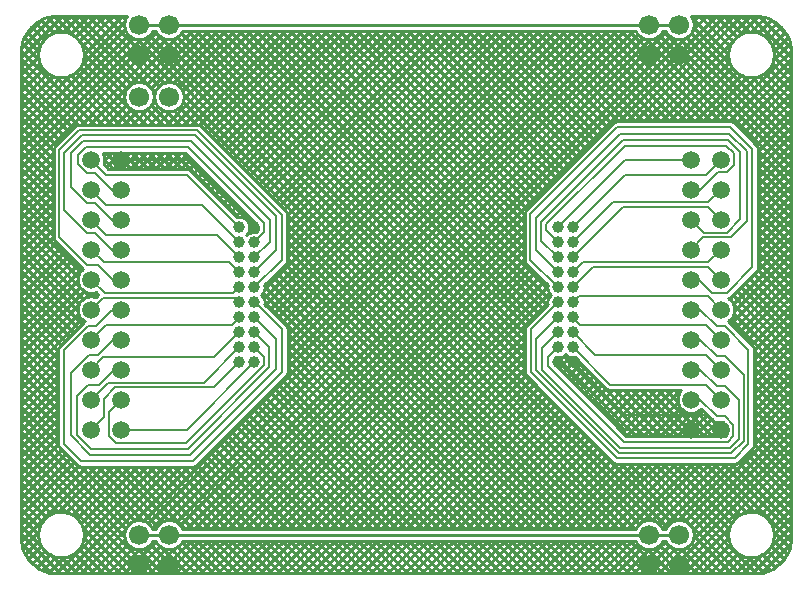
<source format=gbl>
G04 Layer: BottomLayer*
G04 EasyEDA v6.5.44, 2024-09-01 09:52:19*
G04 b4576de5f8ba4d03ab64208176f03f1d,a54f91b67bf74260adec70c9c35cfc8e,10*
G04 Gerber Generator version 0.2*
G04 Scale: 100 percent, Rotated: No, Reflected: No *
G04 Dimensions in millimeters *
G04 leading zeros omitted , absolute positions ,4 integer and 5 decimal *
%FSLAX45Y45*%
%MOMM*%

%ADD10C,0.2540*%
%ADD11C,0.2000*%
%ADD12C,1.0000*%
%ADD13C,1.5000*%
%ADD14C,1.7000*%
%ADD15C,0.0119*%

%LPD*%
D10*
X-2006600Y-2032000D02*
G01*
X2311394Y-2031997D01*
D11*
X-1286476Y63494D02*
G01*
X-1052951Y297022D01*
X-1052951Y674743D01*
X-1769435Y1391226D01*
X-2767962Y1391226D01*
X-2933948Y1225240D01*
X-2933948Y484880D01*
X-2703065Y253994D01*
X-2608653Y253994D01*
X-2481658Y127000D01*
X-2413000Y127000D01*
X-2667000Y127000D02*
G01*
X-2552700Y12700D01*
X-1464310Y12700D01*
X-1413510Y63500D01*
X-1409700Y-63500D02*
G01*
X-1447800Y-25400D01*
X-2561589Y-25400D01*
X-2663189Y-127000D01*
X-1282700Y-63500D02*
G01*
X-1052068Y-294131D01*
X-1052068Y-655828D01*
X-1805686Y-1409700D01*
X-2752852Y-1409700D01*
X-2895600Y-1267205D01*
X-2895600Y-467868D01*
X-2695955Y-268223D01*
X-2626613Y-268223D01*
X-2485389Y-127000D01*
X-2409189Y-127000D01*
X1286515Y-63505D02*
G01*
X1055832Y-294187D01*
X1055832Y-655909D01*
X1782526Y-1382603D01*
X2783895Y-1382603D01*
X2899313Y-1267185D01*
X2899313Y-467822D01*
X2699847Y-268356D01*
X2630505Y-268356D01*
X2489154Y-127005D01*
X2413005Y-127005D01*
X1413515Y-63505D02*
G01*
X1461140Y-15880D01*
X2555880Y-15880D01*
X2667005Y-127005D01*
X-1413479Y571494D02*
G01*
X-1857979Y1015994D01*
X-2540020Y1015994D01*
X-2666994Y1142969D01*
X-1286479Y571494D02*
G01*
X-1857979Y1142994D01*
X-2412994Y1142994D01*
X-1413479Y444494D02*
G01*
X-1730979Y761994D01*
X-2539994Y761994D01*
X-2666994Y888994D01*
X-1413479Y317494D02*
G01*
X-1603979Y507994D01*
X-2539994Y507994D01*
X-2666994Y634994D01*
X-1413479Y190494D02*
G01*
X-1496918Y273933D01*
X-2559933Y273933D01*
X-2666994Y380994D01*
X-1286479Y190494D02*
G01*
X-1100500Y376473D01*
X-1100500Y662528D01*
X-1786300Y1348328D01*
X-2746369Y1348328D01*
X-2893258Y1201440D01*
X-2893258Y715792D01*
X-2699811Y522345D01*
X-2630495Y522345D01*
X-2489144Y380994D01*
X-2412994Y380994D01*
X-1286479Y-190505D02*
G01*
X-1102050Y-374934D01*
X-1102050Y-629772D01*
X-1831207Y-1358930D01*
X-2672074Y-1358930D01*
X-2839283Y-1191722D01*
X-2839283Y-659643D01*
X-2687645Y-508005D01*
X-2607101Y-508005D01*
X-2480101Y-381005D01*
X-2412994Y-381005D01*
X-1413479Y-190505D02*
G01*
X-1476979Y-254005D01*
X-2539994Y-254005D01*
X-2666994Y-381005D01*
X-1413479Y-317505D02*
G01*
X-1628084Y-532109D01*
X-2564099Y-532109D01*
X-2666994Y-635005D01*
X-1413479Y-444505D02*
G01*
X-1714494Y-745520D01*
X-2523510Y-745520D01*
X-2666994Y-889005D01*
X-1413479Y-571505D02*
G01*
X-1628084Y-786109D01*
X-2460340Y-786109D01*
X-2556860Y-882629D01*
X-2556860Y-1032870D01*
X-2666994Y-1143005D01*
X-1286479Y-571505D02*
G01*
X-1857979Y-1143005D01*
X-2412994Y-1143005D01*
X-1286479Y-444505D02*
G01*
X-1198951Y-532033D01*
X-1198951Y-596981D01*
X-1859554Y-1257584D01*
X-2455489Y-1257584D01*
X-2516271Y-1196802D01*
X-2516271Y-992281D01*
X-2412994Y-889005D01*
X-2412994Y-635005D02*
G01*
X-2470398Y-635005D01*
X-2597398Y-762005D01*
X-2689931Y-762005D01*
X-2786679Y-858753D01*
X-2786679Y-1184788D01*
X-2666664Y-1304803D01*
X-1846905Y-1304803D01*
X-1156406Y-614304D01*
X-1156406Y-447578D01*
X-1286479Y-317505D01*
X1286515Y571494D02*
G01*
X1858015Y1142994D01*
X2413005Y1142994D01*
X1413515Y571494D02*
G01*
X1858015Y1015994D01*
X2540005Y1015994D01*
X2667005Y1142994D01*
X1286515Y444494D02*
G01*
X1187632Y543377D01*
X1187632Y593821D01*
X1851233Y1257421D01*
X2712318Y1257421D01*
X2774726Y1195014D01*
X2774726Y1100932D01*
X2713918Y1040124D01*
X2638633Y1040124D01*
X2487503Y888994D01*
X2413005Y888994D01*
X1413515Y444494D02*
G01*
X1751258Y782238D01*
X2560248Y782238D01*
X2667005Y888994D01*
X2667005Y634994D02*
G01*
X2560350Y741649D01*
X1837669Y741649D01*
X1413515Y317494D01*
X2413005Y634994D02*
G01*
X2523190Y524809D01*
X2714757Y524809D01*
X2826440Y636493D01*
X2826440Y1208907D01*
X2726364Y1308983D01*
X1838253Y1308983D01*
X1146154Y616884D01*
X1146154Y457855D01*
X1286515Y317494D01*
X1286515Y190494D02*
G01*
X1098047Y378962D01*
X1098047Y646678D01*
X1813692Y1362323D01*
X2737566Y1362323D01*
X2883870Y1216019D01*
X2883870Y619704D01*
X2748386Y484220D01*
X2516230Y484220D01*
X2413005Y380994D01*
X1413515Y190494D02*
G01*
X1496954Y273933D01*
X2559944Y273933D01*
X2667005Y380994D01*
X1413515Y63494D02*
G01*
X1583364Y233344D01*
X2560655Y233344D01*
X2667005Y126994D01*
X1286515Y63494D02*
G01*
X1053927Y296082D01*
X1053927Y682619D01*
X1789739Y1418432D01*
X2746964Y1418432D01*
X2932384Y1233012D01*
X2932384Y229763D01*
X2718516Y15895D01*
X2594310Y15895D01*
X2483210Y126994D01*
X2413005Y126994D01*
X1286515Y-190505D02*
G01*
X1099596Y-377423D01*
X1099596Y-641126D01*
X1800204Y-1341734D01*
X2753441Y-1341734D01*
X2858292Y-1236883D01*
X2858292Y-680801D01*
X2699847Y-522356D01*
X2630505Y-522356D01*
X2489154Y-381005D01*
X2413005Y-381005D01*
X1413515Y-190505D02*
G01*
X1477015Y-254005D01*
X2540005Y-254005D01*
X2667005Y-381005D01*
X1286515Y-317505D02*
G01*
X1155197Y-448823D01*
X1155197Y-636452D01*
X1813666Y-1294922D01*
X2741858Y-1294922D01*
X2817550Y-1219230D01*
X2817550Y-894059D01*
X2699847Y-776356D01*
X2630505Y-776356D01*
X2489154Y-635005D01*
X2413005Y-635005D01*
X1413515Y-317505D02*
G01*
X1604015Y-508005D01*
X2540005Y-508005D01*
X2667005Y-635005D01*
X1413515Y-444505D02*
G01*
X1731015Y-762005D01*
X2540005Y-762005D01*
X2667005Y-889005D01*
X1286515Y-571505D02*
G01*
X1858015Y-1143005D01*
X2413005Y-1143005D01*
X1413515Y-571505D02*
G01*
X1858015Y-1016005D01*
X2540005Y-1016005D01*
X2667005Y-1143005D01*
D10*
X-2260605Y-2031997D02*
G01*
X-2006605Y-2031997D01*
D11*
X-1286479Y317494D02*
G01*
X-1155161Y448812D01*
X-1155161Y631921D01*
X-1821936Y1298696D01*
X-2738114Y1298696D01*
X-2835092Y1201719D01*
X-2835092Y911626D01*
X-2699811Y776345D01*
X-2630495Y776345D01*
X-2489144Y634994D01*
X-2412994Y634994D01*
X1286515Y-444505D02*
G01*
X1201983Y-529036D01*
X1201983Y-603305D01*
X1846534Y-1247856D01*
X2723494Y-1247856D01*
X2770205Y-1201145D01*
X2770205Y-1100714D01*
X2699847Y-1030356D01*
X2630505Y-1030356D01*
X2489154Y-889005D01*
X2413005Y-889005D01*
X-1286479Y444494D02*
G01*
X-1201948Y529026D01*
X-1201948Y603295D01*
X-1848378Y1249725D01*
X-2711648Y1249725D01*
X-2776519Y1184854D01*
X-2776519Y1107028D01*
X-2699837Y1030345D01*
X-2630495Y1030345D01*
X-2489144Y888994D01*
X-2412994Y888994D01*
D10*
X-2006605Y2286002D02*
G01*
X2057394Y2286002D01*
X2057394Y2286002D02*
G01*
X2311394Y2286002D01*
X-2260600Y2286002D02*
G01*
X-2006605Y2286002D01*
X2703255Y-1198994D02*
G01*
X1866773Y-1198994D01*
X1866773Y-1198994D02*
G01*
X1250845Y-583066D01*
X1250845Y-583066D02*
G01*
X1250845Y-549275D01*
X1250845Y-549275D02*
G01*
X1268800Y-531320D01*
X1268800Y-531320D02*
G01*
X1273250Y-532336D01*
X1273250Y-532336D02*
G01*
X1286494Y-533328D01*
X1286494Y-533328D02*
G01*
X1299738Y-532336D01*
X1299738Y-532336D02*
G01*
X1312687Y-529380D01*
X1312687Y-529380D02*
G01*
X1325050Y-524528D01*
X1325050Y-524528D02*
G01*
X1336552Y-517888D01*
X1336552Y-517888D02*
G01*
X1346936Y-509607D01*
X1346936Y-509607D02*
G01*
X1349994Y-506310D01*
X1349994Y-506310D02*
G01*
X1353053Y-509607D01*
X1353053Y-509607D02*
G01*
X1363436Y-517888D01*
X1363436Y-517888D02*
G01*
X1374939Y-524528D01*
X1374939Y-524528D02*
G01*
X1387302Y-529380D01*
X1387302Y-529380D02*
G01*
X1400250Y-532336D01*
X1400250Y-532336D02*
G01*
X1413494Y-533328D01*
X1413494Y-533328D02*
G01*
X1426738Y-532336D01*
X1426738Y-532336D02*
G01*
X1431221Y-531313D01*
X1431221Y-531313D02*
G01*
X1696464Y-796555D01*
X1696464Y-796555D02*
G01*
X1703868Y-802632D01*
X1703868Y-802632D02*
G01*
X1712316Y-807147D01*
X1712316Y-807147D02*
G01*
X1721482Y-809928D01*
X1721482Y-809928D02*
G01*
X1731015Y-810867D01*
X1731015Y-810867D02*
G01*
X2330383Y-810867D01*
X2330383Y-810867D02*
G01*
X2322654Y-819680D01*
X2322654Y-819680D02*
G01*
X2314379Y-832063D01*
X2314379Y-832063D02*
G01*
X2307792Y-845421D01*
X2307792Y-845421D02*
G01*
X2303005Y-859525D01*
X2303005Y-859525D02*
G01*
X2300099Y-874132D01*
X2300099Y-874132D02*
G01*
X2299125Y-888994D01*
X2299125Y-888994D02*
G01*
X2300099Y-903856D01*
X2300099Y-903856D02*
G01*
X2303005Y-918464D01*
X2303005Y-918464D02*
G01*
X2307792Y-932567D01*
X2307792Y-932567D02*
G01*
X2314379Y-945925D01*
X2314379Y-945925D02*
G01*
X2322654Y-958309D01*
X2322654Y-958309D02*
G01*
X2332474Y-969507D01*
X2332474Y-969507D02*
G01*
X2343672Y-979327D01*
X2343672Y-979327D02*
G01*
X2356056Y-987602D01*
X2356056Y-987602D02*
G01*
X2369414Y-994189D01*
X2369414Y-994189D02*
G01*
X2383517Y-998976D01*
X2383517Y-998976D02*
G01*
X2398125Y-1001882D01*
X2398125Y-1001882D02*
G01*
X2412987Y-1002856D01*
X2412987Y-1002856D02*
G01*
X2427849Y-1001882D01*
X2427849Y-1001882D02*
G01*
X2442456Y-998976D01*
X2442456Y-998976D02*
G01*
X2456560Y-994189D01*
X2456560Y-994189D02*
G01*
X2469918Y-987602D01*
X2469918Y-987602D02*
G01*
X2482302Y-979327D01*
X2482302Y-979327D02*
G01*
X2493499Y-969507D01*
X2493499Y-969507D02*
G01*
X2496796Y-965748D01*
X2496796Y-965748D02*
G01*
X2595954Y-1064906D01*
X2595954Y-1064906D02*
G01*
X2603359Y-1070983D01*
X2603359Y-1070983D02*
G01*
X2611806Y-1075498D01*
X2611806Y-1075498D02*
G01*
X2620972Y-1078279D01*
X2620972Y-1078279D02*
G01*
X2630505Y-1079218D01*
X2630505Y-1079218D02*
G01*
X2679608Y-1079218D01*
X2679608Y-1079218D02*
G01*
X2721343Y-1120953D01*
X2721343Y-1120953D02*
G01*
X2721343Y-1180906D01*
X2721343Y-1180906D02*
G01*
X2703255Y-1198994D01*
X1250845Y-576996D02*
G01*
X1872843Y-1198994D01*
X1278414Y-532723D02*
G01*
X1944685Y-1198994D01*
X1335835Y-518301D02*
G01*
X2016527Y-1198994D01*
X1422062Y-532686D02*
G01*
X2088369Y-1198994D01*
X1772084Y-810867D02*
G01*
X2160211Y-1198994D01*
X1843926Y-810867D02*
G01*
X2232053Y-1198994D01*
X1915768Y-810867D02*
G01*
X2303896Y-1198994D01*
X1987610Y-810867D02*
G01*
X2375737Y-1198994D01*
X2059452Y-810867D02*
G01*
X2447580Y-1198994D01*
X2131294Y-810867D02*
G01*
X2519422Y-1198994D01*
X2203137Y-810867D02*
G01*
X2301086Y-908816D01*
X2393166Y-1000896D02*
G01*
X2591264Y-1198994D01*
X2274978Y-810867D02*
G01*
X2308367Y-844255D01*
X2457726Y-993614D02*
G01*
X2663106Y-1198994D01*
X2611046Y-1075092D02*
G01*
X2719101Y-1183147D01*
X2653205Y-1198994D02*
G01*
X2721343Y-1130856D01*
X2581363Y-1198994D02*
G01*
X2690373Y-1089983D01*
X2509521Y-1198994D02*
G01*
X2629405Y-1079109D01*
X2437679Y-1198994D02*
G01*
X2583860Y-1052812D01*
X2365837Y-1198994D02*
G01*
X2547939Y-1016891D01*
X2293995Y-1198994D02*
G01*
X2512018Y-980970D01*
X2222153Y-1198994D02*
G01*
X2418662Y-1002484D01*
X2150311Y-1198994D02*
G01*
X2359838Y-989467D01*
X2078469Y-1198994D02*
G01*
X2321252Y-956210D01*
X2006626Y-1198994D02*
G01*
X2300375Y-905245D01*
X1934784Y-1198994D02*
G01*
X2322912Y-810867D01*
X1864858Y-1197078D02*
G01*
X2251070Y-810867D01*
X1828937Y-1161157D02*
G01*
X2179228Y-810867D01*
X1793016Y-1125236D02*
G01*
X2107385Y-810867D01*
X1757095Y-1089315D02*
G01*
X2035544Y-810867D01*
X1721174Y-1053394D02*
G01*
X1963701Y-810867D01*
X1685253Y-1017473D02*
G01*
X1891859Y-810867D01*
X1649331Y-981552D02*
G01*
X1820017Y-810867D01*
X1613411Y-945631D02*
G01*
X1748175Y-810867D01*
X1577490Y-909710D02*
G01*
X1693554Y-793646D01*
X1541568Y-873789D02*
G01*
X1657633Y-757724D01*
X1505647Y-837868D02*
G01*
X1621712Y-721803D01*
X1469727Y-801947D02*
G01*
X1585791Y-685883D01*
X1433805Y-766026D02*
G01*
X1549870Y-649961D01*
X1397884Y-730105D02*
G01*
X1513949Y-614040D01*
X1361963Y-694184D02*
G01*
X1478028Y-578119D01*
X1326042Y-658263D02*
G01*
X1442107Y-542198D01*
X1290121Y-622342D02*
G01*
X1384272Y-528191D01*
X1254200Y-586421D02*
G01*
X1310813Y-529808D01*
X-1857979Y1064856D02*
G01*
X-2519781Y1064856D01*
X-2519781Y1064856D02*
G01*
X-2559909Y1104985D01*
X-2559909Y1104985D02*
G01*
X-2557010Y1113527D01*
X-2557010Y1113527D02*
G01*
X-2554104Y1128135D01*
X-2554104Y1128135D02*
G01*
X-2553130Y1142997D01*
X-2553130Y1142997D02*
G01*
X-2554104Y1157859D01*
X-2554104Y1157859D02*
G01*
X-2557010Y1172467D01*
X-2557010Y1172467D02*
G01*
X-2561797Y1186570D01*
X-2561797Y1186570D02*
G01*
X-2568385Y1199928D01*
X-2568385Y1199928D02*
G01*
X-2569010Y1200863D01*
X-2569010Y1200863D02*
G01*
X-1868617Y1200863D01*
X-1868617Y1200863D02*
G01*
X-1250810Y583056D01*
X-1250810Y583056D02*
G01*
X-1250810Y549265D01*
X-1250810Y549265D02*
G01*
X-1268737Y531338D01*
X-1268737Y531338D02*
G01*
X-1273255Y532369D01*
X-1273255Y532369D02*
G01*
X-1286499Y533361D01*
X-1286499Y533361D02*
G01*
X-1299743Y532369D01*
X-1299743Y532369D02*
G01*
X-1312692Y529413D01*
X-1312692Y529413D02*
G01*
X-1325055Y524561D01*
X-1325055Y524561D02*
G01*
X-1336557Y517921D01*
X-1336557Y517921D02*
G01*
X-1346941Y509640D01*
X-1346941Y509640D02*
G01*
X-1349999Y506343D01*
X-1349999Y506343D02*
G01*
X-1351536Y508000D01*
X-1351536Y508000D02*
G01*
X-1344024Y516095D01*
X-1344024Y516095D02*
G01*
X-1336543Y527069D01*
X-1336543Y527069D02*
G01*
X-1330780Y539034D01*
X-1330780Y539034D02*
G01*
X-1326865Y551726D01*
X-1326865Y551726D02*
G01*
X-1324886Y564859D01*
X-1324886Y564859D02*
G01*
X-1324886Y578140D01*
X-1324886Y578140D02*
G01*
X-1326865Y591273D01*
X-1326865Y591273D02*
G01*
X-1330780Y603965D01*
X-1330780Y603965D02*
G01*
X-1336543Y615930D01*
X-1336543Y615930D02*
G01*
X-1344024Y626904D01*
X-1344024Y626904D02*
G01*
X-1353058Y636640D01*
X-1353058Y636640D02*
G01*
X-1363442Y644921D01*
X-1363442Y644921D02*
G01*
X-1374944Y651561D01*
X-1374944Y651561D02*
G01*
X-1387307Y656413D01*
X-1387307Y656413D02*
G01*
X-1400255Y659369D01*
X-1400255Y659369D02*
G01*
X-1413499Y660361D01*
X-1413499Y660361D02*
G01*
X-1426743Y659369D01*
X-1426743Y659369D02*
G01*
X-1431229Y658345D01*
X-1431229Y658345D02*
G01*
X-1823428Y1050545D01*
X-1823428Y1050545D02*
G01*
X-1830833Y1056622D01*
X-1830833Y1056622D02*
G01*
X-1839280Y1061137D01*
X-1839280Y1061137D02*
G01*
X-1848446Y1063918D01*
X-1848446Y1063918D02*
G01*
X-1857979Y1064856D01*
X-2553169Y1143599D02*
G01*
X-2474426Y1064856D01*
X-2538591Y1200863D02*
G01*
X-2402584Y1064856D01*
X-2466749Y1200863D02*
G01*
X-2330742Y1064856D01*
X-2394907Y1200863D02*
G01*
X-2258900Y1064856D01*
X-2323065Y1200863D02*
G01*
X-2187058Y1064856D01*
X-2251223Y1200863D02*
G01*
X-2115216Y1064856D01*
X-2179381Y1200863D02*
G01*
X-2043374Y1064856D01*
X-2107539Y1200863D02*
G01*
X-1971532Y1064856D01*
X-2035697Y1200863D02*
G01*
X-1899690Y1064856D01*
X-1347347Y512514D02*
G01*
X-1345568Y510735D01*
X-1963855Y1200863D02*
G01*
X-1422666Y659674D01*
X-1325274Y562283D02*
G01*
X-1295666Y532674D01*
X-1892013Y1200863D02*
G01*
X-1250810Y559660D01*
X-1290240Y533081D02*
G01*
X-1250810Y572511D01*
X-1324886Y570277D02*
G01*
X-1281458Y613705D01*
X-1342434Y624571D02*
G01*
X-1317380Y649626D01*
X-1383807Y655040D02*
G01*
X-1353301Y685547D01*
X-1441786Y668903D02*
G01*
X-1389222Y721468D01*
X-1477707Y704824D02*
G01*
X-1425143Y757389D01*
X-1513628Y740745D02*
G01*
X-1461064Y793310D01*
X-1549549Y776666D02*
G01*
X-1496985Y829231D01*
X-1585471Y812587D02*
G01*
X-1532906Y865152D01*
X-1621391Y848508D02*
G01*
X-1568827Y901073D01*
X-1657312Y884429D02*
G01*
X-1604748Y936994D01*
X-1693234Y920350D02*
G01*
X-1640669Y972915D01*
X-1729155Y956271D02*
G01*
X-1676590Y1008836D01*
X-1765075Y992192D02*
G01*
X-1712511Y1044757D01*
X-1800997Y1028113D02*
G01*
X-1748432Y1080678D01*
X-1839691Y1061262D02*
G01*
X-1784353Y1116599D01*
X-1907938Y1064856D02*
G01*
X-1820274Y1152520D01*
X-1979780Y1064856D02*
G01*
X-1856195Y1188441D01*
X-2051622Y1064856D02*
G01*
X-1915615Y1200863D01*
X-2123464Y1064856D02*
G01*
X-1987457Y1200863D01*
X-2195306Y1064856D02*
G01*
X-2059299Y1200863D01*
X-2267148Y1064856D02*
G01*
X-2131141Y1200863D01*
X-2338990Y1064856D02*
G01*
X-2202983Y1200863D01*
X-2410832Y1064856D02*
G01*
X-2274825Y1200863D01*
X-2482674Y1064856D02*
G01*
X-2346667Y1200863D01*
X-2537148Y1082224D02*
G01*
X-2418509Y1200863D01*
X-2553475Y1137740D02*
G01*
X-2490351Y1200863D01*
X-2566649Y1196408D02*
G01*
X-2562193Y1200863D01*
X-3178054Y-2261605D02*
G01*
X-3193230Y-2243970D01*
X-3193230Y-2243970D02*
G01*
X-3207046Y-2225251D01*
X-3207046Y-2225251D02*
G01*
X-3219424Y-2205551D01*
X-3219424Y-2205551D02*
G01*
X-3230295Y-2184981D01*
X-3230295Y-2184981D02*
G01*
X-3239599Y-2163657D01*
X-3239599Y-2163657D02*
G01*
X-3247283Y-2141697D01*
X-3247283Y-2141697D02*
G01*
X-3253304Y-2119224D01*
X-3253304Y-2119224D02*
G01*
X-3257630Y-2096364D01*
X-3257630Y-2096364D02*
G01*
X-3260235Y-2073245D01*
X-3260235Y-2073245D02*
G01*
X-3261131Y-2049292D01*
X-3261131Y-2049292D02*
G01*
X-3261131Y2049292D01*
X-3261131Y2049292D02*
G01*
X-3260235Y2073245D01*
X-3260235Y2073245D02*
G01*
X-3257630Y2096364D01*
X-3257630Y2096364D02*
G01*
X-3253304Y2119224D01*
X-3253304Y2119224D02*
G01*
X-3247283Y2141697D01*
X-3247283Y2141697D02*
G01*
X-3239599Y2163657D01*
X-3239599Y2163657D02*
G01*
X-3230295Y2184981D01*
X-3230295Y2184981D02*
G01*
X-3219424Y2205551D01*
X-3219424Y2205551D02*
G01*
X-3207046Y2225251D01*
X-3207046Y2225251D02*
G01*
X-3193230Y2243970D01*
X-3193230Y2243970D02*
G01*
X-3178054Y2261605D01*
X-3178054Y2261605D02*
G01*
X-3161603Y2278056D01*
X-3161603Y2278056D02*
G01*
X-3143968Y2293232D01*
X-3143968Y2293232D02*
G01*
X-3125249Y2307047D01*
X-3125249Y2307047D02*
G01*
X-3105549Y2319425D01*
X-3105549Y2319425D02*
G01*
X-3084980Y2330297D01*
X-3084980Y2330297D02*
G01*
X-3063655Y2339600D01*
X-3063655Y2339600D02*
G01*
X-3041695Y2347285D01*
X-3041695Y2347285D02*
G01*
X-3019222Y2353306D01*
X-3019222Y2353306D02*
G01*
X-2996362Y2357632D01*
X-2996362Y2357632D02*
G01*
X-2973243Y2360237D01*
X-2973243Y2360237D02*
G01*
X-2949291Y2361133D01*
X-2949291Y2361133D02*
G01*
X-2358893Y2361133D01*
X-2358893Y2361133D02*
G01*
X-2360816Y2358809D01*
X-2360816Y2358809D02*
G01*
X-2369151Y2345676D01*
X-2369151Y2345676D02*
G01*
X-2375774Y2331601D01*
X-2375774Y2331601D02*
G01*
X-2380580Y2316808D01*
X-2380580Y2316808D02*
G01*
X-2383495Y2301529D01*
X-2383495Y2301529D02*
G01*
X-2384471Y2286005D01*
X-2384471Y2286005D02*
G01*
X-2383495Y2270481D01*
X-2383495Y2270481D02*
G01*
X-2380580Y2255201D01*
X-2380580Y2255201D02*
G01*
X-2375774Y2240408D01*
X-2375774Y2240408D02*
G01*
X-2369151Y2226334D01*
X-2369151Y2226334D02*
G01*
X-2360816Y2213200D01*
X-2360816Y2213200D02*
G01*
X-2350901Y2201215D01*
X-2350901Y2201215D02*
G01*
X-2339562Y2190567D01*
X-2339562Y2190567D02*
G01*
X-2326978Y2181425D01*
X-2326978Y2181425D02*
G01*
X-2313347Y2173931D01*
X-2313347Y2173931D02*
G01*
X-2298885Y2168205D01*
X-2298885Y2168205D02*
G01*
X-2283819Y2164337D01*
X-2283819Y2164337D02*
G01*
X-2268387Y2162387D01*
X-2268387Y2162387D02*
G01*
X-2252832Y2162387D01*
X-2252832Y2162387D02*
G01*
X-2237400Y2164337D01*
X-2237400Y2164337D02*
G01*
X-2222334Y2168205D01*
X-2222334Y2168205D02*
G01*
X-2207872Y2173931D01*
X-2207872Y2173931D02*
G01*
X-2194241Y2181425D01*
X-2194241Y2181425D02*
G01*
X-2181657Y2190567D01*
X-2181657Y2190567D02*
G01*
X-2170318Y2201215D01*
X-2170318Y2201215D02*
G01*
X-2160403Y2213200D01*
X-2160403Y2213200D02*
G01*
X-2152069Y2226334D01*
X-2152069Y2226334D02*
G01*
X-2148254Y2234440D01*
X-2148254Y2234440D02*
G01*
X-2118965Y2234440D01*
X-2118965Y2234440D02*
G01*
X-2115151Y2226334D01*
X-2115151Y2226334D02*
G01*
X-2106816Y2213200D01*
X-2106816Y2213200D02*
G01*
X-2096901Y2201215D01*
X-2096901Y2201215D02*
G01*
X-2085562Y2190567D01*
X-2085562Y2190567D02*
G01*
X-2072978Y2181425D01*
X-2072978Y2181425D02*
G01*
X-2059347Y2173931D01*
X-2059347Y2173931D02*
G01*
X-2044885Y2168205D01*
X-2044885Y2168205D02*
G01*
X-2029819Y2164337D01*
X-2029819Y2164337D02*
G01*
X-2014387Y2162387D01*
X-2014387Y2162387D02*
G01*
X-1998832Y2162387D01*
X-1998832Y2162387D02*
G01*
X-1983400Y2164337D01*
X-1983400Y2164337D02*
G01*
X-1968334Y2168205D01*
X-1968334Y2168205D02*
G01*
X-1953872Y2173931D01*
X-1953872Y2173931D02*
G01*
X-1940241Y2181425D01*
X-1940241Y2181425D02*
G01*
X-1927657Y2190567D01*
X-1927657Y2190567D02*
G01*
X-1916318Y2201215D01*
X-1916318Y2201215D02*
G01*
X-1906403Y2213200D01*
X-1906403Y2213200D02*
G01*
X-1898069Y2226334D01*
X-1898069Y2226334D02*
G01*
X-1894254Y2234440D01*
X-1894254Y2234440D02*
G01*
X1945034Y2234440D01*
X1945034Y2234440D02*
G01*
X1948848Y2226334D01*
X1948848Y2226334D02*
G01*
X1957183Y2213200D01*
X1957183Y2213200D02*
G01*
X1967098Y2201215D01*
X1967098Y2201215D02*
G01*
X1978437Y2190567D01*
X1978437Y2190567D02*
G01*
X1991021Y2181425D01*
X1991021Y2181425D02*
G01*
X2004652Y2173931D01*
X2004652Y2173931D02*
G01*
X2019114Y2168205D01*
X2019114Y2168205D02*
G01*
X2034180Y2164337D01*
X2034180Y2164337D02*
G01*
X2049612Y2162387D01*
X2049612Y2162387D02*
G01*
X2065167Y2162387D01*
X2065167Y2162387D02*
G01*
X2080599Y2164337D01*
X2080599Y2164337D02*
G01*
X2095665Y2168205D01*
X2095665Y2168205D02*
G01*
X2110127Y2173931D01*
X2110127Y2173931D02*
G01*
X2123758Y2181425D01*
X2123758Y2181425D02*
G01*
X2136342Y2190567D01*
X2136342Y2190567D02*
G01*
X2147681Y2201215D01*
X2147681Y2201215D02*
G01*
X2157596Y2213200D01*
X2157596Y2213200D02*
G01*
X2165930Y2226334D01*
X2165930Y2226334D02*
G01*
X2169745Y2234440D01*
X2169745Y2234440D02*
G01*
X2199034Y2234440D01*
X2199034Y2234440D02*
G01*
X2202848Y2226334D01*
X2202848Y2226334D02*
G01*
X2211183Y2213200D01*
X2211183Y2213200D02*
G01*
X2221098Y2201215D01*
X2221098Y2201215D02*
G01*
X2232437Y2190567D01*
X2232437Y2190567D02*
G01*
X2245021Y2181425D01*
X2245021Y2181425D02*
G01*
X2258652Y2173931D01*
X2258652Y2173931D02*
G01*
X2273114Y2168205D01*
X2273114Y2168205D02*
G01*
X2288180Y2164337D01*
X2288180Y2164337D02*
G01*
X2303612Y2162387D01*
X2303612Y2162387D02*
G01*
X2319167Y2162387D01*
X2319167Y2162387D02*
G01*
X2334599Y2164337D01*
X2334599Y2164337D02*
G01*
X2349665Y2168205D01*
X2349665Y2168205D02*
G01*
X2364127Y2173931D01*
X2364127Y2173931D02*
G01*
X2377758Y2181425D01*
X2377758Y2181425D02*
G01*
X2390342Y2190567D01*
X2390342Y2190567D02*
G01*
X2401681Y2201215D01*
X2401681Y2201215D02*
G01*
X2411596Y2213200D01*
X2411596Y2213200D02*
G01*
X2419930Y2226334D01*
X2419930Y2226334D02*
G01*
X2426553Y2240408D01*
X2426553Y2240408D02*
G01*
X2431360Y2255201D01*
X2431360Y2255201D02*
G01*
X2434275Y2270481D01*
X2434275Y2270481D02*
G01*
X2435251Y2286005D01*
X2435251Y2286005D02*
G01*
X2434275Y2301529D01*
X2434275Y2301529D02*
G01*
X2431360Y2316808D01*
X2431360Y2316808D02*
G01*
X2426553Y2331601D01*
X2426553Y2331601D02*
G01*
X2419930Y2345676D01*
X2419930Y2345676D02*
G01*
X2411596Y2358809D01*
X2411596Y2358809D02*
G01*
X2409673Y2361133D01*
X2409673Y2361133D02*
G01*
X2949291Y2361133D01*
X2949291Y2361133D02*
G01*
X2973243Y2360237D01*
X2973243Y2360237D02*
G01*
X2996362Y2357632D01*
X2996362Y2357632D02*
G01*
X3019222Y2353306D01*
X3019222Y2353306D02*
G01*
X3041695Y2347285D01*
X3041695Y2347285D02*
G01*
X3063655Y2339600D01*
X3063655Y2339600D02*
G01*
X3084980Y2330297D01*
X3084980Y2330297D02*
G01*
X3105549Y2319425D01*
X3105549Y2319425D02*
G01*
X3125249Y2307047D01*
X3125249Y2307047D02*
G01*
X3143968Y2293232D01*
X3143968Y2293232D02*
G01*
X3161603Y2278056D01*
X3161603Y2278056D02*
G01*
X3178054Y2261605D01*
X3178054Y2261605D02*
G01*
X3193230Y2243970D01*
X3193230Y2243970D02*
G01*
X3207046Y2225251D01*
X3207046Y2225251D02*
G01*
X3219424Y2205551D01*
X3219424Y2205551D02*
G01*
X3230295Y2184981D01*
X3230295Y2184981D02*
G01*
X3239599Y2163657D01*
X3239599Y2163657D02*
G01*
X3247283Y2141697D01*
X3247283Y2141697D02*
G01*
X3253304Y2119224D01*
X3253304Y2119224D02*
G01*
X3257630Y2096364D01*
X3257630Y2096364D02*
G01*
X3260235Y2073245D01*
X3260235Y2073245D02*
G01*
X3261131Y2049292D01*
X3261131Y2049292D02*
G01*
X3261131Y-2049292D01*
X3261131Y-2049292D02*
G01*
X3260235Y-2073245D01*
X3260235Y-2073245D02*
G01*
X3257630Y-2096364D01*
X3257630Y-2096364D02*
G01*
X3253304Y-2119224D01*
X3253304Y-2119224D02*
G01*
X3247283Y-2141697D01*
X3247283Y-2141697D02*
G01*
X3239599Y-2163657D01*
X3239599Y-2163657D02*
G01*
X3230295Y-2184981D01*
X3230295Y-2184981D02*
G01*
X3219424Y-2205551D01*
X3219424Y-2205551D02*
G01*
X3207046Y-2225251D01*
X3207046Y-2225251D02*
G01*
X3193230Y-2243970D01*
X3193230Y-2243970D02*
G01*
X3178054Y-2261605D01*
X3178054Y-2261605D02*
G01*
X3161603Y-2278056D01*
X3161603Y-2278056D02*
G01*
X3143968Y-2293232D01*
X3143968Y-2293232D02*
G01*
X3125249Y-2307047D01*
X3125249Y-2307047D02*
G01*
X3105549Y-2319425D01*
X3105549Y-2319425D02*
G01*
X3084980Y-2330297D01*
X3084980Y-2330297D02*
G01*
X3063655Y-2339600D01*
X3063655Y-2339600D02*
G01*
X3041695Y-2347285D01*
X3041695Y-2347285D02*
G01*
X3019222Y-2353306D01*
X3019222Y-2353306D02*
G01*
X2996362Y-2357632D01*
X2996362Y-2357632D02*
G01*
X2973243Y-2360237D01*
X2973243Y-2360237D02*
G01*
X2949291Y-2361133D01*
X2949291Y-2361133D02*
G01*
X-2949291Y-2361133D01*
X-2949291Y-2361133D02*
G01*
X-2973243Y-2360237D01*
X-2973243Y-2360237D02*
G01*
X-2996362Y-2357632D01*
X-2996362Y-2357632D02*
G01*
X-3019222Y-2353306D01*
X-3019222Y-2353306D02*
G01*
X-3041695Y-2347285D01*
X-3041695Y-2347285D02*
G01*
X-3063655Y-2339600D01*
X-3063655Y-2339600D02*
G01*
X-3084980Y-2330297D01*
X-3084980Y-2330297D02*
G01*
X-3105549Y-2319425D01*
X-3105549Y-2319425D02*
G01*
X-3125249Y-2307047D01*
X-3125249Y-2307047D02*
G01*
X-3143968Y-2293232D01*
X-3143968Y-2293232D02*
G01*
X-3161603Y-2278056D01*
X-3161603Y-2278056D02*
G01*
X-3178054Y-2261605D01*
X-2360816Y-2104799D02*
G01*
X-2350901Y-2116784D01*
X-2350901Y-2116784D02*
G01*
X-2339562Y-2127432D01*
X-2339562Y-2127432D02*
G01*
X-2326978Y-2136574D01*
X-2326978Y-2136574D02*
G01*
X-2313347Y-2144068D01*
X-2313347Y-2144068D02*
G01*
X-2298885Y-2149794D01*
X-2298885Y-2149794D02*
G01*
X-2283819Y-2153662D01*
X-2283819Y-2153662D02*
G01*
X-2268387Y-2155612D01*
X-2268387Y-2155612D02*
G01*
X-2252832Y-2155612D01*
X-2252832Y-2155612D02*
G01*
X-2237400Y-2153662D01*
X-2237400Y-2153662D02*
G01*
X-2222334Y-2149794D01*
X-2222334Y-2149794D02*
G01*
X-2207872Y-2144068D01*
X-2207872Y-2144068D02*
G01*
X-2194241Y-2136574D01*
X-2194241Y-2136574D02*
G01*
X-2181657Y-2127432D01*
X-2181657Y-2127432D02*
G01*
X-2170318Y-2116784D01*
X-2170318Y-2116784D02*
G01*
X-2160403Y-2104799D01*
X-2160403Y-2104799D02*
G01*
X-2152069Y-2091665D01*
X-2152069Y-2091665D02*
G01*
X-2148254Y-2083559D01*
X-2148254Y-2083559D02*
G01*
X-2118965Y-2083559D01*
X-2118965Y-2083559D02*
G01*
X-2115151Y-2091665D01*
X-2115151Y-2091665D02*
G01*
X-2106816Y-2104799D01*
X-2106816Y-2104799D02*
G01*
X-2096901Y-2116784D01*
X-2096901Y-2116784D02*
G01*
X-2085562Y-2127432D01*
X-2085562Y-2127432D02*
G01*
X-2072978Y-2136574D01*
X-2072978Y-2136574D02*
G01*
X-2059347Y-2144068D01*
X-2059347Y-2144068D02*
G01*
X-2044885Y-2149794D01*
X-2044885Y-2149794D02*
G01*
X-2029819Y-2153662D01*
X-2029819Y-2153662D02*
G01*
X-2014387Y-2155612D01*
X-2014387Y-2155612D02*
G01*
X-1998832Y-2155612D01*
X-1998832Y-2155612D02*
G01*
X-1983400Y-2153662D01*
X-1983400Y-2153662D02*
G01*
X-1968334Y-2149794D01*
X-1968334Y-2149794D02*
G01*
X-1953872Y-2144068D01*
X-1953872Y-2144068D02*
G01*
X-1940241Y-2136574D01*
X-1940241Y-2136574D02*
G01*
X-1927657Y-2127432D01*
X-1927657Y-2127432D02*
G01*
X-1916318Y-2116784D01*
X-1916318Y-2116784D02*
G01*
X-1906403Y-2104799D01*
X-1906403Y-2104799D02*
G01*
X-1898069Y-2091665D01*
X-1898069Y-2091665D02*
G01*
X-1894255Y-2083562D01*
X-1894255Y-2083562D02*
G01*
X1945034Y-2083559D01*
X1945034Y-2083559D02*
G01*
X1948848Y-2091665D01*
X1948848Y-2091665D02*
G01*
X1957183Y-2104799D01*
X1957183Y-2104799D02*
G01*
X1967098Y-2116784D01*
X1967098Y-2116784D02*
G01*
X1978437Y-2127432D01*
X1978437Y-2127432D02*
G01*
X1991021Y-2136574D01*
X1991021Y-2136574D02*
G01*
X2004652Y-2144068D01*
X2004652Y-2144068D02*
G01*
X2019114Y-2149794D01*
X2019114Y-2149794D02*
G01*
X2034180Y-2153662D01*
X2034180Y-2153662D02*
G01*
X2049612Y-2155612D01*
X2049612Y-2155612D02*
G01*
X2065167Y-2155612D01*
X2065167Y-2155612D02*
G01*
X2080599Y-2153662D01*
X2080599Y-2153662D02*
G01*
X2095665Y-2149794D01*
X2095665Y-2149794D02*
G01*
X2110127Y-2144068D01*
X2110127Y-2144068D02*
G01*
X2123758Y-2136574D01*
X2123758Y-2136574D02*
G01*
X2136342Y-2127432D01*
X2136342Y-2127432D02*
G01*
X2147681Y-2116784D01*
X2147681Y-2116784D02*
G01*
X2157596Y-2104799D01*
X2157596Y-2104799D02*
G01*
X2165930Y-2091665D01*
X2165930Y-2091665D02*
G01*
X2169745Y-2083559D01*
X2169745Y-2083559D02*
G01*
X2199034Y-2083559D01*
X2199034Y-2083559D02*
G01*
X2202848Y-2091665D01*
X2202848Y-2091665D02*
G01*
X2211183Y-2104799D01*
X2211183Y-2104799D02*
G01*
X2221098Y-2116784D01*
X2221098Y-2116784D02*
G01*
X2232437Y-2127432D01*
X2232437Y-2127432D02*
G01*
X2245021Y-2136574D01*
X2245021Y-2136574D02*
G01*
X2258652Y-2144068D01*
X2258652Y-2144068D02*
G01*
X2273114Y-2149794D01*
X2273114Y-2149794D02*
G01*
X2288180Y-2153662D01*
X2288180Y-2153662D02*
G01*
X2303612Y-2155612D01*
X2303612Y-2155612D02*
G01*
X2319167Y-2155612D01*
X2319167Y-2155612D02*
G01*
X2334599Y-2153662D01*
X2334599Y-2153662D02*
G01*
X2349665Y-2149794D01*
X2349665Y-2149794D02*
G01*
X2364127Y-2144068D01*
X2364127Y-2144068D02*
G01*
X2377758Y-2136574D01*
X2377758Y-2136574D02*
G01*
X2390342Y-2127432D01*
X2390342Y-2127432D02*
G01*
X2401681Y-2116784D01*
X2401681Y-2116784D02*
G01*
X2411596Y-2104799D01*
X2411596Y-2104799D02*
G01*
X2419930Y-2091665D01*
X2419930Y-2091665D02*
G01*
X2426553Y-2077591D01*
X2426553Y-2077591D02*
G01*
X2431360Y-2062798D01*
X2431360Y-2062798D02*
G01*
X2434275Y-2047518D01*
X2434275Y-2047518D02*
G01*
X2435251Y-2031994D01*
X2435251Y-2031994D02*
G01*
X2434275Y-2016470D01*
X2434275Y-2016470D02*
G01*
X2431360Y-2001191D01*
X2431360Y-2001191D02*
G01*
X2426553Y-1986398D01*
X2426553Y-1986398D02*
G01*
X2419930Y-1972323D01*
X2419930Y-1972323D02*
G01*
X2411596Y-1959190D01*
X2411596Y-1959190D02*
G01*
X2401681Y-1947205D01*
X2401681Y-1947205D02*
G01*
X2390342Y-1936557D01*
X2390342Y-1936557D02*
G01*
X2377758Y-1927414D01*
X2377758Y-1927414D02*
G01*
X2364127Y-1919921D01*
X2364127Y-1919921D02*
G01*
X2349665Y-1914195D01*
X2349665Y-1914195D02*
G01*
X2334599Y-1910327D01*
X2334599Y-1910327D02*
G01*
X2319167Y-1908377D01*
X2319167Y-1908377D02*
G01*
X2303612Y-1908377D01*
X2303612Y-1908377D02*
G01*
X2288180Y-1910327D01*
X2288180Y-1910327D02*
G01*
X2273114Y-1914195D01*
X2273114Y-1914195D02*
G01*
X2258652Y-1919921D01*
X2258652Y-1919921D02*
G01*
X2245021Y-1927414D01*
X2245021Y-1927414D02*
G01*
X2232437Y-1936557D01*
X2232437Y-1936557D02*
G01*
X2221098Y-1947205D01*
X2221098Y-1947205D02*
G01*
X2211183Y-1959190D01*
X2211183Y-1959190D02*
G01*
X2202848Y-1972323D01*
X2202848Y-1972323D02*
G01*
X2199031Y-1980435D01*
X2199031Y-1980435D02*
G01*
X2169747Y-1980435D01*
X2169747Y-1980435D02*
G01*
X2165930Y-1972323D01*
X2165930Y-1972323D02*
G01*
X2157596Y-1959190D01*
X2157596Y-1959190D02*
G01*
X2147681Y-1947205D01*
X2147681Y-1947205D02*
G01*
X2136342Y-1936557D01*
X2136342Y-1936557D02*
G01*
X2123758Y-1927414D01*
X2123758Y-1927414D02*
G01*
X2110127Y-1919921D01*
X2110127Y-1919921D02*
G01*
X2095665Y-1914195D01*
X2095665Y-1914195D02*
G01*
X2080599Y-1910327D01*
X2080599Y-1910327D02*
G01*
X2065167Y-1908377D01*
X2065167Y-1908377D02*
G01*
X2049612Y-1908377D01*
X2049612Y-1908377D02*
G01*
X2034180Y-1910327D01*
X2034180Y-1910327D02*
G01*
X2019114Y-1914195D01*
X2019114Y-1914195D02*
G01*
X2004652Y-1919921D01*
X2004652Y-1919921D02*
G01*
X1991021Y-1927414D01*
X1991021Y-1927414D02*
G01*
X1978437Y-1936557D01*
X1978437Y-1936557D02*
G01*
X1967098Y-1947205D01*
X1967098Y-1947205D02*
G01*
X1957183Y-1959190D01*
X1957183Y-1959190D02*
G01*
X1948848Y-1972323D01*
X1948848Y-1972323D02*
G01*
X1945031Y-1980435D01*
X1945031Y-1980435D02*
G01*
X-1894250Y-1980437D01*
X-1894250Y-1980437D02*
G01*
X-1898069Y-1972323D01*
X-1898069Y-1972323D02*
G01*
X-1906403Y-1959190D01*
X-1906403Y-1959190D02*
G01*
X-1916318Y-1947205D01*
X-1916318Y-1947205D02*
G01*
X-1927657Y-1936557D01*
X-1927657Y-1936557D02*
G01*
X-1940241Y-1927414D01*
X-1940241Y-1927414D02*
G01*
X-1953872Y-1919921D01*
X-1953872Y-1919921D02*
G01*
X-1968334Y-1914195D01*
X-1968334Y-1914195D02*
G01*
X-1983400Y-1910327D01*
X-1983400Y-1910327D02*
G01*
X-1998832Y-1908377D01*
X-1998832Y-1908377D02*
G01*
X-2014387Y-1908377D01*
X-2014387Y-1908377D02*
G01*
X-2029819Y-1910327D01*
X-2029819Y-1910327D02*
G01*
X-2044885Y-1914195D01*
X-2044885Y-1914195D02*
G01*
X-2059347Y-1919921D01*
X-2059347Y-1919921D02*
G01*
X-2072978Y-1927414D01*
X-2072978Y-1927414D02*
G01*
X-2085562Y-1936557D01*
X-2085562Y-1936557D02*
G01*
X-2096901Y-1947205D01*
X-2096901Y-1947205D02*
G01*
X-2106816Y-1959190D01*
X-2106816Y-1959190D02*
G01*
X-2115151Y-1972323D01*
X-2115151Y-1972323D02*
G01*
X-2118968Y-1980435D01*
X-2118968Y-1980435D02*
G01*
X-2148252Y-1980435D01*
X-2148252Y-1980435D02*
G01*
X-2152069Y-1972323D01*
X-2152069Y-1972323D02*
G01*
X-2160403Y-1959190D01*
X-2160403Y-1959190D02*
G01*
X-2170318Y-1947205D01*
X-2170318Y-1947205D02*
G01*
X-2181657Y-1936557D01*
X-2181657Y-1936557D02*
G01*
X-2194241Y-1927414D01*
X-2194241Y-1927414D02*
G01*
X-2207872Y-1919921D01*
X-2207872Y-1919921D02*
G01*
X-2222334Y-1914195D01*
X-2222334Y-1914195D02*
G01*
X-2237400Y-1910327D01*
X-2237400Y-1910327D02*
G01*
X-2252832Y-1908377D01*
X-2252832Y-1908377D02*
G01*
X-2268387Y-1908377D01*
X-2268387Y-1908377D02*
G01*
X-2283819Y-1910327D01*
X-2283819Y-1910327D02*
G01*
X-2298885Y-1914195D01*
X-2298885Y-1914195D02*
G01*
X-2313347Y-1919921D01*
X-2313347Y-1919921D02*
G01*
X-2326978Y-1927414D01*
X-2326978Y-1927414D02*
G01*
X-2339562Y-1936557D01*
X-2339562Y-1936557D02*
G01*
X-2350901Y-1947205D01*
X-2350901Y-1947205D02*
G01*
X-2360816Y-1959190D01*
X-2360816Y-1959190D02*
G01*
X-2369151Y-1972323D01*
X-2369151Y-1972323D02*
G01*
X-2375774Y-1986398D01*
X-2375774Y-1986398D02*
G01*
X-2380580Y-2001191D01*
X-2380580Y-2001191D02*
G01*
X-2383495Y-2016470D01*
X-2383495Y-2016470D02*
G01*
X-2384471Y-2031994D01*
X-2384471Y-2031994D02*
G01*
X-2383495Y-2047518D01*
X-2383495Y-2047518D02*
G01*
X-2380580Y-2062798D01*
X-2380580Y-2062798D02*
G01*
X-2375774Y-2077591D01*
X-2375774Y-2077591D02*
G01*
X-2369151Y-2091665D01*
X-2369151Y-2091665D02*
G01*
X-2360816Y-2104799D01*
X1747975Y-1417153D02*
G01*
X1755380Y-1423230D01*
X1755380Y-1423230D02*
G01*
X1763827Y-1427745D01*
X1763827Y-1427745D02*
G01*
X1772993Y-1430526D01*
X1772993Y-1430526D02*
G01*
X1782526Y-1431465D01*
X1782526Y-1431465D02*
G01*
X2783895Y-1431465D01*
X2783895Y-1431465D02*
G01*
X2793428Y-1430526D01*
X2793428Y-1430526D02*
G01*
X2802594Y-1427745D01*
X2802594Y-1427745D02*
G01*
X2811042Y-1423230D01*
X2811042Y-1423230D02*
G01*
X2818446Y-1417153D01*
X2818446Y-1417153D02*
G01*
X2933864Y-1301736D01*
X2933864Y-1301736D02*
G01*
X2939940Y-1294331D01*
X2939940Y-1294331D02*
G01*
X2944456Y-1285884D01*
X2944456Y-1285884D02*
G01*
X2947236Y-1276718D01*
X2947236Y-1276718D02*
G01*
X2948175Y-1267185D01*
X2948175Y-1267185D02*
G01*
X2948175Y-467822D01*
X2948175Y-467822D02*
G01*
X2947236Y-458289D01*
X2947236Y-458289D02*
G01*
X2944456Y-449123D01*
X2944456Y-449123D02*
G01*
X2939940Y-440676D01*
X2939940Y-440676D02*
G01*
X2933864Y-433271D01*
X2933864Y-433271D02*
G01*
X2734397Y-233805D01*
X2734397Y-233805D02*
G01*
X2726993Y-227728D01*
X2726993Y-227728D02*
G01*
X2723450Y-225835D01*
X2723450Y-225835D02*
G01*
X2736302Y-217330D01*
X2736302Y-217330D02*
G01*
X2747499Y-207509D01*
X2747499Y-207509D02*
G01*
X2757319Y-196312D01*
X2757319Y-196312D02*
G01*
X2765594Y-183928D01*
X2765594Y-183928D02*
G01*
X2772181Y-170570D01*
X2772181Y-170570D02*
G01*
X2776969Y-156467D01*
X2776969Y-156467D02*
G01*
X2779875Y-141859D01*
X2779875Y-141859D02*
G01*
X2780849Y-126997D01*
X2780849Y-126997D02*
G01*
X2779875Y-112135D01*
X2779875Y-112135D02*
G01*
X2776969Y-97527D01*
X2776969Y-97527D02*
G01*
X2772181Y-83424D01*
X2772181Y-83424D02*
G01*
X2765594Y-70066D01*
X2765594Y-70066D02*
G01*
X2757319Y-57682D01*
X2757319Y-57682D02*
G01*
X2747499Y-46485D01*
X2747499Y-46485D02*
G01*
X2736302Y-36664D01*
X2736302Y-36664D02*
G01*
X2728952Y-31753D01*
X2728952Y-31753D02*
G01*
X2737214Y-29247D01*
X2737214Y-29247D02*
G01*
X2745662Y-24731D01*
X2745662Y-24731D02*
G01*
X2753066Y-18655D01*
X2753066Y-18655D02*
G01*
X2966934Y195212D01*
X2966934Y195212D02*
G01*
X2973011Y202617D01*
X2973011Y202617D02*
G01*
X2977526Y211064D01*
X2977526Y211064D02*
G01*
X2980307Y220230D01*
X2980307Y220230D02*
G01*
X2981246Y229763D01*
X2981246Y229763D02*
G01*
X2981246Y1233012D01*
X2981246Y1233012D02*
G01*
X2980307Y1242545D01*
X2980307Y1242545D02*
G01*
X2977526Y1251711D01*
X2977526Y1251711D02*
G01*
X2973011Y1260158D01*
X2973011Y1260158D02*
G01*
X2966934Y1267563D01*
X2966934Y1267563D02*
G01*
X2781514Y1452983D01*
X2781514Y1452983D02*
G01*
X2774110Y1459059D01*
X2774110Y1459059D02*
G01*
X2765662Y1463575D01*
X2765662Y1463575D02*
G01*
X2756496Y1466355D01*
X2756496Y1466355D02*
G01*
X2746964Y1467294D01*
X2746964Y1467294D02*
G01*
X1789739Y1467294D01*
X1789739Y1467294D02*
G01*
X1780207Y1466355D01*
X1780207Y1466355D02*
G01*
X1771041Y1463575D01*
X1771041Y1463575D02*
G01*
X1762593Y1459059D01*
X1762593Y1459059D02*
G01*
X1755189Y1452983D01*
X1755189Y1452983D02*
G01*
X1019376Y717170D01*
X1019376Y717170D02*
G01*
X1013299Y709766D01*
X1013299Y709766D02*
G01*
X1008784Y701318D01*
X1008784Y701318D02*
G01*
X1006004Y692152D01*
X1006004Y692152D02*
G01*
X1005065Y682619D01*
X1005065Y682619D02*
G01*
X1005065Y296082D01*
X1005065Y296082D02*
G01*
X1006004Y286550D01*
X1006004Y286550D02*
G01*
X1008784Y277384D01*
X1008784Y277384D02*
G01*
X1013299Y268936D01*
X1013299Y268936D02*
G01*
X1019376Y261532D01*
X1019376Y261532D02*
G01*
X1199565Y81343D01*
X1199565Y81343D02*
G01*
X1197881Y70173D01*
X1197881Y70173D02*
G01*
X1197881Y56892D01*
X1197881Y56892D02*
G01*
X1199860Y43759D01*
X1199860Y43759D02*
G01*
X1203775Y31068D01*
X1203775Y31068D02*
G01*
X1209538Y19102D01*
X1209538Y19102D02*
G01*
X1217019Y8128D01*
X1217019Y8128D02*
G01*
X1224531Y33D01*
X1224531Y33D02*
G01*
X1217019Y-8062D01*
X1217019Y-8062D02*
G01*
X1209538Y-19036D01*
X1209538Y-19036D02*
G01*
X1203775Y-31001D01*
X1203775Y-31001D02*
G01*
X1199860Y-43693D01*
X1199860Y-43693D02*
G01*
X1197881Y-56826D01*
X1197881Y-56826D02*
G01*
X1197881Y-70107D01*
X1197881Y-70107D02*
G01*
X1199574Y-81344D01*
X1199574Y-81344D02*
G01*
X1021281Y-259637D01*
X1021281Y-259637D02*
G01*
X1015204Y-267041D01*
X1015204Y-267041D02*
G01*
X1010689Y-275489D01*
X1010689Y-275489D02*
G01*
X1007909Y-284655D01*
X1007909Y-284655D02*
G01*
X1006970Y-294187D01*
X1006970Y-294187D02*
G01*
X1006970Y-655909D01*
X1006970Y-655909D02*
G01*
X1007909Y-665441D01*
X1007909Y-665441D02*
G01*
X1010689Y-674607D01*
X1010689Y-674607D02*
G01*
X1015204Y-683055D01*
X1015204Y-683055D02*
G01*
X1021281Y-690459D01*
X1021281Y-690459D02*
G01*
X1747975Y-1417153D01*
X-2936227Y-1294352D02*
G01*
X-2930150Y-1301756D01*
X-2930150Y-1301756D02*
G01*
X-2787371Y-1444281D01*
X-2787371Y-1444281D02*
G01*
X-2779998Y-1450327D01*
X-2779998Y-1450327D02*
G01*
X-2771550Y-1454842D01*
X-2771550Y-1454842D02*
G01*
X-2762384Y-1457623D01*
X-2762384Y-1457623D02*
G01*
X-2752852Y-1458561D01*
X-2752852Y-1458561D02*
G01*
X-1805686Y-1458561D01*
X-1805686Y-1458561D02*
G01*
X-1796153Y-1457623D01*
X-1796153Y-1457623D02*
G01*
X-1786987Y-1454842D01*
X-1786987Y-1454842D02*
G01*
X-1778539Y-1450327D01*
X-1778539Y-1450327D02*
G01*
X-1771135Y-1444250D01*
X-1771135Y-1444250D02*
G01*
X-1017511Y-690372D01*
X-1017511Y-690372D02*
G01*
X-1011440Y-682974D01*
X-1011440Y-682974D02*
G01*
X-1006925Y-674526D01*
X-1006925Y-674526D02*
G01*
X-1004144Y-665360D01*
X-1004144Y-665360D02*
G01*
X-1003206Y-655828D01*
X-1003206Y-655828D02*
G01*
X-1003206Y-294131D01*
X-1003206Y-294131D02*
G01*
X-1004144Y-284599D01*
X-1004144Y-284599D02*
G01*
X-1006925Y-275433D01*
X-1006925Y-275433D02*
G01*
X-1011440Y-266985D01*
X-1011440Y-266985D02*
G01*
X-1017517Y-259581D01*
X-1017517Y-259581D02*
G01*
X-1199074Y-78023D01*
X-1199074Y-78023D02*
G01*
X-1197886Y-70140D01*
X-1197886Y-70140D02*
G01*
X-1197886Y-56859D01*
X-1197886Y-56859D02*
G01*
X-1199865Y-43726D01*
X-1199865Y-43726D02*
G01*
X-1203780Y-31034D01*
X-1203780Y-31034D02*
G01*
X-1209543Y-19069D01*
X-1209543Y-19069D02*
G01*
X-1217024Y-8095D01*
X-1217024Y-8095D02*
G01*
X-1224536Y0D01*
X-1224536Y0D02*
G01*
X-1217024Y8095D01*
X-1217024Y8095D02*
G01*
X-1209543Y19069D01*
X-1209543Y19069D02*
G01*
X-1203780Y31034D01*
X-1203780Y31034D02*
G01*
X-1199865Y43726D01*
X-1199865Y43726D02*
G01*
X-1197886Y56859D01*
X-1197886Y56859D02*
G01*
X-1197886Y70140D01*
X-1197886Y70140D02*
G01*
X-1199568Y81302D01*
X-1199568Y81302D02*
G01*
X-1018401Y262471D01*
X-1018401Y262471D02*
G01*
X-1012324Y269876D01*
X-1012324Y269876D02*
G01*
X-1007809Y278323D01*
X-1007809Y278323D02*
G01*
X-1005028Y287489D01*
X-1005028Y287489D02*
G01*
X-1004089Y297022D01*
X-1004089Y297022D02*
G01*
X-1004089Y674743D01*
X-1004089Y674743D02*
G01*
X-1005028Y684276D01*
X-1005028Y684276D02*
G01*
X-1007809Y693442D01*
X-1007809Y693442D02*
G01*
X-1012324Y701889D01*
X-1012324Y701889D02*
G01*
X-1018401Y709293D01*
X-1018401Y709293D02*
G01*
X-1734884Y1425777D01*
X-1734884Y1425777D02*
G01*
X-1742288Y1431853D01*
X-1742288Y1431853D02*
G01*
X-1750736Y1436369D01*
X-1750736Y1436369D02*
G01*
X-1759902Y1439149D01*
X-1759902Y1439149D02*
G01*
X-1769435Y1440088D01*
X-1769435Y1440088D02*
G01*
X-2767962Y1440088D01*
X-2767962Y1440088D02*
G01*
X-2777495Y1439149D01*
X-2777495Y1439149D02*
G01*
X-2786661Y1436369D01*
X-2786661Y1436369D02*
G01*
X-2795108Y1431853D01*
X-2795108Y1431853D02*
G01*
X-2802513Y1425777D01*
X-2802513Y1425777D02*
G01*
X-2968499Y1259790D01*
X-2968499Y1259790D02*
G01*
X-2974576Y1252386D01*
X-2974576Y1252386D02*
G01*
X-2979091Y1243938D01*
X-2979091Y1243938D02*
G01*
X-2981872Y1234772D01*
X-2981872Y1234772D02*
G01*
X-2982810Y1225240D01*
X-2982810Y1225240D02*
G01*
X-2982810Y484881D01*
X-2982810Y484881D02*
G01*
X-2981872Y475348D01*
X-2981872Y475348D02*
G01*
X-2979091Y466182D01*
X-2979091Y466182D02*
G01*
X-2974576Y457734D01*
X-2974576Y457734D02*
G01*
X-2968499Y450330D01*
X-2968499Y450330D02*
G01*
X-2737616Y219444D01*
X-2737616Y219444D02*
G01*
X-2735610Y217798D01*
X-2735610Y217798D02*
G01*
X-2736307Y217332D01*
X-2736307Y217332D02*
G01*
X-2747504Y207512D01*
X-2747504Y207512D02*
G01*
X-2757324Y196314D01*
X-2757324Y196314D02*
G01*
X-2765599Y183931D01*
X-2765599Y183931D02*
G01*
X-2772186Y170572D01*
X-2772186Y170572D02*
G01*
X-2776974Y156469D01*
X-2776974Y156469D02*
G01*
X-2779880Y141862D01*
X-2779880Y141862D02*
G01*
X-2780854Y127000D01*
X-2780854Y127000D02*
G01*
X-2779880Y112137D01*
X-2779880Y112137D02*
G01*
X-2776974Y97530D01*
X-2776974Y97530D02*
G01*
X-2772186Y83427D01*
X-2772186Y83427D02*
G01*
X-2765599Y70069D01*
X-2765599Y70069D02*
G01*
X-2757324Y57685D01*
X-2757324Y57685D02*
G01*
X-2747504Y46487D01*
X-2747504Y46487D02*
G01*
X-2736307Y36667D01*
X-2736307Y36667D02*
G01*
X-2723923Y28392D01*
X-2723923Y28392D02*
G01*
X-2710565Y21805D01*
X-2710565Y21805D02*
G01*
X-2696461Y17018D01*
X-2696461Y17018D02*
G01*
X-2681854Y14112D01*
X-2681854Y14112D02*
G01*
X-2666992Y13138D01*
X-2666992Y13138D02*
G01*
X-2652130Y14112D01*
X-2652130Y14112D02*
G01*
X-2637522Y17018D01*
X-2637522Y17018D02*
G01*
X-2629009Y19907D01*
X-2629009Y19907D02*
G01*
X-2607196Y-1904D01*
X-2607196Y-1904D02*
G01*
X-2626164Y-20873D01*
X-2626164Y-20873D02*
G01*
X-2637522Y-17018D01*
X-2637522Y-17018D02*
G01*
X-2652130Y-14112D01*
X-2652130Y-14112D02*
G01*
X-2666992Y-13138D01*
X-2666992Y-13138D02*
G01*
X-2681854Y-14112D01*
X-2681854Y-14112D02*
G01*
X-2696461Y-17018D01*
X-2696461Y-17018D02*
G01*
X-2710565Y-21805D01*
X-2710565Y-21805D02*
G01*
X-2723923Y-28392D01*
X-2723923Y-28392D02*
G01*
X-2736307Y-36667D01*
X-2736307Y-36667D02*
G01*
X-2747504Y-46487D01*
X-2747504Y-46487D02*
G01*
X-2757324Y-57685D01*
X-2757324Y-57685D02*
G01*
X-2765599Y-70068D01*
X-2765599Y-70068D02*
G01*
X-2772186Y-83427D01*
X-2772186Y-83427D02*
G01*
X-2776974Y-97530D01*
X-2776974Y-97530D02*
G01*
X-2779880Y-112137D01*
X-2779880Y-112137D02*
G01*
X-2780854Y-127000D01*
X-2780854Y-127000D02*
G01*
X-2779880Y-141862D01*
X-2779880Y-141862D02*
G01*
X-2776974Y-156469D01*
X-2776974Y-156469D02*
G01*
X-2772186Y-170572D01*
X-2772186Y-170572D02*
G01*
X-2765599Y-183931D01*
X-2765599Y-183931D02*
G01*
X-2757324Y-196314D01*
X-2757324Y-196314D02*
G01*
X-2747504Y-207512D01*
X-2747504Y-207512D02*
G01*
X-2736307Y-217332D01*
X-2736307Y-217332D02*
G01*
X-2723923Y-225607D01*
X-2723923Y-225607D02*
G01*
X-2721560Y-226772D01*
X-2721560Y-226772D02*
G01*
X-2723102Y-227596D01*
X-2723102Y-227596D02*
G01*
X-2730506Y-233673D01*
X-2730506Y-233673D02*
G01*
X-2930150Y-433317D01*
X-2930150Y-433317D02*
G01*
X-2936227Y-440721D01*
X-2936227Y-440721D02*
G01*
X-2940742Y-449169D01*
X-2940742Y-449169D02*
G01*
X-2943523Y-458335D01*
X-2943523Y-458335D02*
G01*
X-2944461Y-467868D01*
X-2944461Y-467868D02*
G01*
X-2944461Y-1267205D01*
X-2944461Y-1267205D02*
G01*
X-2943523Y-1276738D01*
X-2943523Y-1276738D02*
G01*
X-2940742Y-1285904D01*
X-2940742Y-1285904D02*
G01*
X-2936227Y-1294352D01*
X2773904Y1905722D02*
G01*
X2787434Y1891489D01*
X2787434Y1891489D02*
G01*
X2802335Y1878697D01*
X2802335Y1878697D02*
G01*
X2818453Y1867479D01*
X2818453Y1867479D02*
G01*
X2835623Y1857949D01*
X2835623Y1857949D02*
G01*
X2853670Y1850204D01*
X2853670Y1850204D02*
G01*
X2872407Y1844325D01*
X2872407Y1844325D02*
G01*
X2891643Y1840372D01*
X2891643Y1840372D02*
G01*
X2911181Y1838385D01*
X2911181Y1838385D02*
G01*
X2930818Y1838385D01*
X2930818Y1838385D02*
G01*
X2950356Y1840372D01*
X2950356Y1840372D02*
G01*
X2969592Y1844325D01*
X2969592Y1844325D02*
G01*
X2988329Y1850204D01*
X2988329Y1850204D02*
G01*
X3006376Y1857949D01*
X3006376Y1857949D02*
G01*
X3023546Y1867479D01*
X3023546Y1867479D02*
G01*
X3039664Y1878697D01*
X3039664Y1878697D02*
G01*
X3054565Y1891489D01*
X3054565Y1891489D02*
G01*
X3068095Y1905722D01*
X3068095Y1905722D02*
G01*
X3080115Y1921252D01*
X3080115Y1921252D02*
G01*
X3090503Y1937917D01*
X3090503Y1937917D02*
G01*
X3099151Y1955549D01*
X3099151Y1955549D02*
G01*
X3105972Y1973964D01*
X3105972Y1973964D02*
G01*
X3110894Y1992975D01*
X3110894Y1992975D02*
G01*
X3113868Y2012387D01*
X3113868Y2012387D02*
G01*
X3114862Y2032000D01*
X3114862Y2032000D02*
G01*
X3113868Y2051612D01*
X3113868Y2051612D02*
G01*
X3110894Y2071024D01*
X3110894Y2071024D02*
G01*
X3105972Y2090035D01*
X3105972Y2090035D02*
G01*
X3099151Y2108450D01*
X3099151Y2108450D02*
G01*
X3090503Y2126082D01*
X3090503Y2126082D02*
G01*
X3080115Y2142747D01*
X3080115Y2142747D02*
G01*
X3068095Y2158277D01*
X3068095Y2158277D02*
G01*
X3054565Y2172510D01*
X3054565Y2172510D02*
G01*
X3039664Y2185302D01*
X3039664Y2185302D02*
G01*
X3023546Y2196520D01*
X3023546Y2196520D02*
G01*
X3006376Y2206050D01*
X3006376Y2206050D02*
G01*
X2988329Y2213795D01*
X2988329Y2213795D02*
G01*
X2969592Y2219674D01*
X2969592Y2219674D02*
G01*
X2950356Y2223627D01*
X2950356Y2223627D02*
G01*
X2930818Y2225614D01*
X2930818Y2225614D02*
G01*
X2911181Y2225614D01*
X2911181Y2225614D02*
G01*
X2891643Y2223627D01*
X2891643Y2223627D02*
G01*
X2872407Y2219674D01*
X2872407Y2219674D02*
G01*
X2853670Y2213795D01*
X2853670Y2213795D02*
G01*
X2835623Y2206050D01*
X2835623Y2206050D02*
G01*
X2818453Y2196520D01*
X2818453Y2196520D02*
G01*
X2802335Y2185302D01*
X2802335Y2185302D02*
G01*
X2787434Y2172510D01*
X2787434Y2172510D02*
G01*
X2773904Y2158277D01*
X2773904Y2158277D02*
G01*
X2761884Y2142747D01*
X2761884Y2142747D02*
G01*
X2751496Y2126082D01*
X2751496Y2126082D02*
G01*
X2742848Y2108450D01*
X2742848Y2108450D02*
G01*
X2736027Y2090035D01*
X2736027Y2090035D02*
G01*
X2731105Y2071024D01*
X2731105Y2071024D02*
G01*
X2728131Y2051612D01*
X2728131Y2051612D02*
G01*
X2727137Y2032000D01*
X2727137Y2032000D02*
G01*
X2728131Y2012387D01*
X2728131Y2012387D02*
G01*
X2731105Y1992975D01*
X2731105Y1992975D02*
G01*
X2736027Y1973964D01*
X2736027Y1973964D02*
G01*
X2742848Y1955549D01*
X2742848Y1955549D02*
G01*
X2751496Y1937917D01*
X2751496Y1937917D02*
G01*
X2761884Y1921252D01*
X2761884Y1921252D02*
G01*
X2773904Y1905722D01*
X-3068095Y1905722D02*
G01*
X-3054565Y1891489D01*
X-3054565Y1891489D02*
G01*
X-3039664Y1878697D01*
X-3039664Y1878697D02*
G01*
X-3023546Y1867479D01*
X-3023546Y1867479D02*
G01*
X-3006376Y1857949D01*
X-3006376Y1857949D02*
G01*
X-2988329Y1850204D01*
X-2988329Y1850204D02*
G01*
X-2969592Y1844325D01*
X-2969592Y1844325D02*
G01*
X-2950356Y1840372D01*
X-2950356Y1840372D02*
G01*
X-2930818Y1838385D01*
X-2930818Y1838385D02*
G01*
X-2911181Y1838385D01*
X-2911181Y1838385D02*
G01*
X-2891643Y1840372D01*
X-2891643Y1840372D02*
G01*
X-2872407Y1844325D01*
X-2872407Y1844325D02*
G01*
X-2853670Y1850204D01*
X-2853670Y1850204D02*
G01*
X-2835623Y1857949D01*
X-2835623Y1857949D02*
G01*
X-2818453Y1867479D01*
X-2818453Y1867479D02*
G01*
X-2802335Y1878697D01*
X-2802335Y1878697D02*
G01*
X-2787434Y1891489D01*
X-2787434Y1891489D02*
G01*
X-2773904Y1905722D01*
X-2773904Y1905722D02*
G01*
X-2761884Y1921252D01*
X-2761884Y1921252D02*
G01*
X-2751496Y1937917D01*
X-2751496Y1937917D02*
G01*
X-2742848Y1955549D01*
X-2742848Y1955549D02*
G01*
X-2736027Y1973964D01*
X-2736027Y1973964D02*
G01*
X-2731105Y1992975D01*
X-2731105Y1992975D02*
G01*
X-2728131Y2012387D01*
X-2728131Y2012387D02*
G01*
X-2727137Y2032000D01*
X-2727137Y2032000D02*
G01*
X-2728131Y2051612D01*
X-2728131Y2051612D02*
G01*
X-2731105Y2071024D01*
X-2731105Y2071024D02*
G01*
X-2736027Y2090035D01*
X-2736027Y2090035D02*
G01*
X-2742848Y2108450D01*
X-2742848Y2108450D02*
G01*
X-2751496Y2126082D01*
X-2751496Y2126082D02*
G01*
X-2761884Y2142747D01*
X-2761884Y2142747D02*
G01*
X-2773904Y2158277D01*
X-2773904Y2158277D02*
G01*
X-2787434Y2172510D01*
X-2787434Y2172510D02*
G01*
X-2802335Y2185302D01*
X-2802335Y2185302D02*
G01*
X-2818453Y2196520D01*
X-2818453Y2196520D02*
G01*
X-2835623Y2206050D01*
X-2835623Y2206050D02*
G01*
X-2853670Y2213795D01*
X-2853670Y2213795D02*
G01*
X-2872407Y2219674D01*
X-2872407Y2219674D02*
G01*
X-2891643Y2223627D01*
X-2891643Y2223627D02*
G01*
X-2911181Y2225614D01*
X-2911181Y2225614D02*
G01*
X-2930818Y2225614D01*
X-2930818Y2225614D02*
G01*
X-2950356Y2223627D01*
X-2950356Y2223627D02*
G01*
X-2969592Y2219674D01*
X-2969592Y2219674D02*
G01*
X-2988329Y2213795D01*
X-2988329Y2213795D02*
G01*
X-3006376Y2206050D01*
X-3006376Y2206050D02*
G01*
X-3023546Y2196520D01*
X-3023546Y2196520D02*
G01*
X-3039664Y2185302D01*
X-3039664Y2185302D02*
G01*
X-3054565Y2172510D01*
X-3054565Y2172510D02*
G01*
X-3068095Y2158277D01*
X-3068095Y2158277D02*
G01*
X-3080115Y2142747D01*
X-3080115Y2142747D02*
G01*
X-3090503Y2126082D01*
X-3090503Y2126082D02*
G01*
X-3099151Y2108450D01*
X-3099151Y2108450D02*
G01*
X-3105972Y2090035D01*
X-3105972Y2090035D02*
G01*
X-3110894Y2071024D01*
X-3110894Y2071024D02*
G01*
X-3113868Y2051612D01*
X-3113868Y2051612D02*
G01*
X-3114862Y2032000D01*
X-3114862Y2032000D02*
G01*
X-3113868Y2012387D01*
X-3113868Y2012387D02*
G01*
X-3110894Y1992975D01*
X-3110894Y1992975D02*
G01*
X-3105972Y1973964D01*
X-3105972Y1973964D02*
G01*
X-3099151Y1955549D01*
X-3099151Y1955549D02*
G01*
X-3090503Y1937917D01*
X-3090503Y1937917D02*
G01*
X-3080115Y1921252D01*
X-3080115Y1921252D02*
G01*
X-3068095Y1905722D01*
X-3068095Y-2158277D02*
G01*
X-3054565Y-2172510D01*
X-3054565Y-2172510D02*
G01*
X-3039664Y-2185302D01*
X-3039664Y-2185302D02*
G01*
X-3023546Y-2196520D01*
X-3023546Y-2196520D02*
G01*
X-3006376Y-2206050D01*
X-3006376Y-2206050D02*
G01*
X-2988329Y-2213795D01*
X-2988329Y-2213795D02*
G01*
X-2969592Y-2219674D01*
X-2969592Y-2219674D02*
G01*
X-2950356Y-2223627D01*
X-2950356Y-2223627D02*
G01*
X-2930818Y-2225614D01*
X-2930818Y-2225614D02*
G01*
X-2911181Y-2225614D01*
X-2911181Y-2225614D02*
G01*
X-2891643Y-2223627D01*
X-2891643Y-2223627D02*
G01*
X-2872407Y-2219674D01*
X-2872407Y-2219674D02*
G01*
X-2853670Y-2213795D01*
X-2853670Y-2213795D02*
G01*
X-2835623Y-2206050D01*
X-2835623Y-2206050D02*
G01*
X-2818453Y-2196520D01*
X-2818453Y-2196520D02*
G01*
X-2802335Y-2185302D01*
X-2802335Y-2185302D02*
G01*
X-2787434Y-2172510D01*
X-2787434Y-2172510D02*
G01*
X-2773904Y-2158277D01*
X-2773904Y-2158277D02*
G01*
X-2761884Y-2142747D01*
X-2761884Y-2142747D02*
G01*
X-2751496Y-2126082D01*
X-2751496Y-2126082D02*
G01*
X-2742848Y-2108450D01*
X-2742848Y-2108450D02*
G01*
X-2736027Y-2090035D01*
X-2736027Y-2090035D02*
G01*
X-2731105Y-2071024D01*
X-2731105Y-2071024D02*
G01*
X-2728131Y-2051612D01*
X-2728131Y-2051612D02*
G01*
X-2727137Y-2032000D01*
X-2727137Y-2032000D02*
G01*
X-2728131Y-2012387D01*
X-2728131Y-2012387D02*
G01*
X-2731105Y-1992975D01*
X-2731105Y-1992975D02*
G01*
X-2736027Y-1973964D01*
X-2736027Y-1973964D02*
G01*
X-2742848Y-1955549D01*
X-2742848Y-1955549D02*
G01*
X-2751496Y-1937917D01*
X-2751496Y-1937917D02*
G01*
X-2761884Y-1921252D01*
X-2761884Y-1921252D02*
G01*
X-2773904Y-1905722D01*
X-2773904Y-1905722D02*
G01*
X-2787434Y-1891489D01*
X-2787434Y-1891489D02*
G01*
X-2802335Y-1878697D01*
X-2802335Y-1878697D02*
G01*
X-2818453Y-1867479D01*
X-2818453Y-1867479D02*
G01*
X-2835623Y-1857949D01*
X-2835623Y-1857949D02*
G01*
X-2853670Y-1850204D01*
X-2853670Y-1850204D02*
G01*
X-2872407Y-1844325D01*
X-2872407Y-1844325D02*
G01*
X-2891643Y-1840372D01*
X-2891643Y-1840372D02*
G01*
X-2911181Y-1838385D01*
X-2911181Y-1838385D02*
G01*
X-2930818Y-1838385D01*
X-2930818Y-1838385D02*
G01*
X-2950356Y-1840372D01*
X-2950356Y-1840372D02*
G01*
X-2969592Y-1844325D01*
X-2969592Y-1844325D02*
G01*
X-2988329Y-1850204D01*
X-2988329Y-1850204D02*
G01*
X-3006376Y-1857949D01*
X-3006376Y-1857949D02*
G01*
X-3023546Y-1867479D01*
X-3023546Y-1867479D02*
G01*
X-3039664Y-1878697D01*
X-3039664Y-1878697D02*
G01*
X-3054565Y-1891489D01*
X-3054565Y-1891489D02*
G01*
X-3068095Y-1905722D01*
X-3068095Y-1905722D02*
G01*
X-3080115Y-1921252D01*
X-3080115Y-1921252D02*
G01*
X-3090503Y-1937917D01*
X-3090503Y-1937917D02*
G01*
X-3099151Y-1955549D01*
X-3099151Y-1955549D02*
G01*
X-3105972Y-1973964D01*
X-3105972Y-1973964D02*
G01*
X-3110894Y-1992975D01*
X-3110894Y-1992975D02*
G01*
X-3113868Y-2012387D01*
X-3113868Y-2012387D02*
G01*
X-3114862Y-2032000D01*
X-3114862Y-2032000D02*
G01*
X-3113868Y-2051612D01*
X-3113868Y-2051612D02*
G01*
X-3110894Y-2071024D01*
X-3110894Y-2071024D02*
G01*
X-3105972Y-2090035D01*
X-3105972Y-2090035D02*
G01*
X-3099151Y-2108450D01*
X-3099151Y-2108450D02*
G01*
X-3090503Y-2126082D01*
X-3090503Y-2126082D02*
G01*
X-3080115Y-2142747D01*
X-3080115Y-2142747D02*
G01*
X-3068095Y-2158277D01*
X2773904Y-2158277D02*
G01*
X2787434Y-2172510D01*
X2787434Y-2172510D02*
G01*
X2802335Y-2185302D01*
X2802335Y-2185302D02*
G01*
X2818453Y-2196520D01*
X2818453Y-2196520D02*
G01*
X2835623Y-2206050D01*
X2835623Y-2206050D02*
G01*
X2853670Y-2213795D01*
X2853670Y-2213795D02*
G01*
X2872407Y-2219674D01*
X2872407Y-2219674D02*
G01*
X2891643Y-2223627D01*
X2891643Y-2223627D02*
G01*
X2911181Y-2225614D01*
X2911181Y-2225614D02*
G01*
X2930818Y-2225614D01*
X2930818Y-2225614D02*
G01*
X2950356Y-2223627D01*
X2950356Y-2223627D02*
G01*
X2969592Y-2219674D01*
X2969592Y-2219674D02*
G01*
X2988329Y-2213795D01*
X2988329Y-2213795D02*
G01*
X3006376Y-2206050D01*
X3006376Y-2206050D02*
G01*
X3023546Y-2196520D01*
X3023546Y-2196520D02*
G01*
X3039664Y-2185302D01*
X3039664Y-2185302D02*
G01*
X3054565Y-2172510D01*
X3054565Y-2172510D02*
G01*
X3068095Y-2158277D01*
X3068095Y-2158277D02*
G01*
X3080115Y-2142747D01*
X3080115Y-2142747D02*
G01*
X3090503Y-2126082D01*
X3090503Y-2126082D02*
G01*
X3099151Y-2108450D01*
X3099151Y-2108450D02*
G01*
X3105972Y-2090035D01*
X3105972Y-2090035D02*
G01*
X3110894Y-2071024D01*
X3110894Y-2071024D02*
G01*
X3113868Y-2051612D01*
X3113868Y-2051612D02*
G01*
X3114862Y-2032000D01*
X3114862Y-2032000D02*
G01*
X3113868Y-2012387D01*
X3113868Y-2012387D02*
G01*
X3110894Y-1992975D01*
X3110894Y-1992975D02*
G01*
X3105972Y-1973964D01*
X3105972Y-1973964D02*
G01*
X3099151Y-1955549D01*
X3099151Y-1955549D02*
G01*
X3090503Y-1937917D01*
X3090503Y-1937917D02*
G01*
X3080115Y-1921252D01*
X3080115Y-1921252D02*
G01*
X3068095Y-1905722D01*
X3068095Y-1905722D02*
G01*
X3054565Y-1891489D01*
X3054565Y-1891489D02*
G01*
X3039664Y-1878697D01*
X3039664Y-1878697D02*
G01*
X3023546Y-1867479D01*
X3023546Y-1867479D02*
G01*
X3006376Y-1857949D01*
X3006376Y-1857949D02*
G01*
X2988329Y-1850204D01*
X2988329Y-1850204D02*
G01*
X2969592Y-1844325D01*
X2969592Y-1844325D02*
G01*
X2950356Y-1840372D01*
X2950356Y-1840372D02*
G01*
X2930818Y-1838385D01*
X2930818Y-1838385D02*
G01*
X2911181Y-1838385D01*
X2911181Y-1838385D02*
G01*
X2891643Y-1840372D01*
X2891643Y-1840372D02*
G01*
X2872407Y-1844325D01*
X2872407Y-1844325D02*
G01*
X2853670Y-1850204D01*
X2853670Y-1850204D02*
G01*
X2835623Y-1857949D01*
X2835623Y-1857949D02*
G01*
X2818453Y-1867479D01*
X2818453Y-1867479D02*
G01*
X2802335Y-1878697D01*
X2802335Y-1878697D02*
G01*
X2787434Y-1891489D01*
X2787434Y-1891489D02*
G01*
X2773904Y-1905722D01*
X2773904Y-1905722D02*
G01*
X2761884Y-1921252D01*
X2761884Y-1921252D02*
G01*
X2751496Y-1937917D01*
X2751496Y-1937917D02*
G01*
X2742848Y-1955549D01*
X2742848Y-1955549D02*
G01*
X2736027Y-1973964D01*
X2736027Y-1973964D02*
G01*
X2731105Y-1992975D01*
X2731105Y-1992975D02*
G01*
X2728131Y-2012387D01*
X2728131Y-2012387D02*
G01*
X2727137Y-2032000D01*
X2727137Y-2032000D02*
G01*
X2728131Y-2051612D01*
X2728131Y-2051612D02*
G01*
X2731105Y-2071024D01*
X2731105Y-2071024D02*
G01*
X2736027Y-2090035D01*
X2736027Y-2090035D02*
G01*
X2742848Y-2108450D01*
X2742848Y-2108450D02*
G01*
X2751496Y-2126082D01*
X2751496Y-2126082D02*
G01*
X2761884Y-2142747D01*
X2761884Y-2142747D02*
G01*
X2773904Y-2158277D01*
X-2096896Y1591613D02*
G01*
X-2085557Y1580965D01*
X-2085557Y1580965D02*
G01*
X-2072973Y1571822D01*
X-2072973Y1571822D02*
G01*
X-2059342Y1564329D01*
X-2059342Y1564329D02*
G01*
X-2044880Y1558602D01*
X-2044880Y1558602D02*
G01*
X-2029814Y1554734D01*
X-2029814Y1554734D02*
G01*
X-2014382Y1552785D01*
X-2014382Y1552785D02*
G01*
X-1998827Y1552785D01*
X-1998827Y1552785D02*
G01*
X-1983395Y1554734D01*
X-1983395Y1554734D02*
G01*
X-1968329Y1558602D01*
X-1968329Y1558602D02*
G01*
X-1953867Y1564329D01*
X-1953867Y1564329D02*
G01*
X-1940236Y1571822D01*
X-1940236Y1571822D02*
G01*
X-1927652Y1580965D01*
X-1927652Y1580965D02*
G01*
X-1916313Y1591613D01*
X-1916313Y1591613D02*
G01*
X-1906398Y1603598D01*
X-1906398Y1603598D02*
G01*
X-1898064Y1616731D01*
X-1898064Y1616731D02*
G01*
X-1891441Y1630805D01*
X-1891441Y1630805D02*
G01*
X-1886634Y1645599D01*
X-1886634Y1645599D02*
G01*
X-1883719Y1660878D01*
X-1883719Y1660878D02*
G01*
X-1882743Y1676402D01*
X-1882743Y1676402D02*
G01*
X-1883719Y1691926D01*
X-1883719Y1691926D02*
G01*
X-1886634Y1707205D01*
X-1886634Y1707205D02*
G01*
X-1891441Y1721999D01*
X-1891441Y1721999D02*
G01*
X-1898064Y1736073D01*
X-1898064Y1736073D02*
G01*
X-1906398Y1749206D01*
X-1906398Y1749206D02*
G01*
X-1916313Y1761191D01*
X-1916313Y1761191D02*
G01*
X-1927652Y1771839D01*
X-1927652Y1771839D02*
G01*
X-1940236Y1780982D01*
X-1940236Y1780982D02*
G01*
X-1953867Y1788475D01*
X-1953867Y1788475D02*
G01*
X-1968329Y1794202D01*
X-1968329Y1794202D02*
G01*
X-1983395Y1798070D01*
X-1983395Y1798070D02*
G01*
X-1998827Y1800020D01*
X-1998827Y1800020D02*
G01*
X-2014382Y1800020D01*
X-2014382Y1800020D02*
G01*
X-2029814Y1798070D01*
X-2029814Y1798070D02*
G01*
X-2044880Y1794202D01*
X-2044880Y1794202D02*
G01*
X-2059342Y1788475D01*
X-2059342Y1788475D02*
G01*
X-2072973Y1780982D01*
X-2072973Y1780982D02*
G01*
X-2085557Y1771839D01*
X-2085557Y1771839D02*
G01*
X-2096896Y1761191D01*
X-2096896Y1761191D02*
G01*
X-2106811Y1749206D01*
X-2106811Y1749206D02*
G01*
X-2115146Y1736073D01*
X-2115146Y1736073D02*
G01*
X-2121768Y1721999D01*
X-2121768Y1721999D02*
G01*
X-2126575Y1707205D01*
X-2126575Y1707205D02*
G01*
X-2129490Y1691926D01*
X-2129490Y1691926D02*
G01*
X-2130466Y1676402D01*
X-2130466Y1676402D02*
G01*
X-2129490Y1660878D01*
X-2129490Y1660878D02*
G01*
X-2126575Y1645599D01*
X-2126575Y1645599D02*
G01*
X-2121768Y1630805D01*
X-2121768Y1630805D02*
G01*
X-2115146Y1616731D01*
X-2115146Y1616731D02*
G01*
X-2106811Y1603598D01*
X-2106811Y1603598D02*
G01*
X-2096896Y1591613D01*
X-2350896Y1591613D02*
G01*
X-2339557Y1580965D01*
X-2339557Y1580965D02*
G01*
X-2326973Y1571822D01*
X-2326973Y1571822D02*
G01*
X-2313342Y1564329D01*
X-2313342Y1564329D02*
G01*
X-2298880Y1558602D01*
X-2298880Y1558602D02*
G01*
X-2283814Y1554734D01*
X-2283814Y1554734D02*
G01*
X-2268382Y1552785D01*
X-2268382Y1552785D02*
G01*
X-2252827Y1552785D01*
X-2252827Y1552785D02*
G01*
X-2237395Y1554734D01*
X-2237395Y1554734D02*
G01*
X-2222329Y1558602D01*
X-2222329Y1558602D02*
G01*
X-2207867Y1564329D01*
X-2207867Y1564329D02*
G01*
X-2194236Y1571822D01*
X-2194236Y1571822D02*
G01*
X-2181652Y1580965D01*
X-2181652Y1580965D02*
G01*
X-2170313Y1591613D01*
X-2170313Y1591613D02*
G01*
X-2160398Y1603598D01*
X-2160398Y1603598D02*
G01*
X-2152064Y1616731D01*
X-2152064Y1616731D02*
G01*
X-2145441Y1630805D01*
X-2145441Y1630805D02*
G01*
X-2140634Y1645599D01*
X-2140634Y1645599D02*
G01*
X-2137719Y1660878D01*
X-2137719Y1660878D02*
G01*
X-2136743Y1676402D01*
X-2136743Y1676402D02*
G01*
X-2137719Y1691926D01*
X-2137719Y1691926D02*
G01*
X-2140634Y1707205D01*
X-2140634Y1707205D02*
G01*
X-2145441Y1721999D01*
X-2145441Y1721999D02*
G01*
X-2152064Y1736073D01*
X-2152064Y1736073D02*
G01*
X-2160398Y1749206D01*
X-2160398Y1749206D02*
G01*
X-2170313Y1761191D01*
X-2170313Y1761191D02*
G01*
X-2181652Y1771839D01*
X-2181652Y1771839D02*
G01*
X-2194236Y1780982D01*
X-2194236Y1780982D02*
G01*
X-2207867Y1788475D01*
X-2207867Y1788475D02*
G01*
X-2222329Y1794202D01*
X-2222329Y1794202D02*
G01*
X-2237395Y1798070D01*
X-2237395Y1798070D02*
G01*
X-2252827Y1800020D01*
X-2252827Y1800020D02*
G01*
X-2268382Y1800020D01*
X-2268382Y1800020D02*
G01*
X-2283814Y1798070D01*
X-2283814Y1798070D02*
G01*
X-2298880Y1794202D01*
X-2298880Y1794202D02*
G01*
X-2313342Y1788475D01*
X-2313342Y1788475D02*
G01*
X-2326973Y1780982D01*
X-2326973Y1780982D02*
G01*
X-2339557Y1771839D01*
X-2339557Y1771839D02*
G01*
X-2350896Y1761191D01*
X-2350896Y1761191D02*
G01*
X-2360811Y1749206D01*
X-2360811Y1749206D02*
G01*
X-2369146Y1736073D01*
X-2369146Y1736073D02*
G01*
X-2375768Y1721999D01*
X-2375768Y1721999D02*
G01*
X-2380575Y1707205D01*
X-2380575Y1707205D02*
G01*
X-2383490Y1691926D01*
X-2383490Y1691926D02*
G01*
X-2384466Y1676402D01*
X-2384466Y1676402D02*
G01*
X-2383490Y1660878D01*
X-2383490Y1660878D02*
G01*
X-2380575Y1645599D01*
X-2380575Y1645599D02*
G01*
X-2375768Y1630805D01*
X-2375768Y1630805D02*
G01*
X-2369146Y1616731D01*
X-2369146Y1616731D02*
G01*
X-2360811Y1603598D01*
X-2360811Y1603598D02*
G01*
X-2350896Y1591613D01*
X-3205840Y-2226883D02*
G01*
X-3126881Y-2305842D01*
X-3256022Y-2104859D02*
G01*
X-3004858Y-2356024D01*
X-3261131Y-2027909D02*
G01*
X-2927907Y-2361133D01*
X-3261131Y-1956067D02*
G01*
X-3089488Y-2127709D01*
X-3017099Y-2200098D02*
G01*
X-2856065Y-2361133D01*
X-3261131Y-1884225D02*
G01*
X-3114790Y-2030566D01*
X-2919742Y-2225614D02*
G01*
X-2784223Y-2361133D01*
X-3261131Y-1812383D02*
G01*
X-3104236Y-1969278D01*
X-2858274Y-2215239D02*
G01*
X-2712381Y-2361133D01*
X-3261131Y-1740541D02*
G01*
X-3080232Y-1921439D01*
X-2810610Y-2191061D02*
G01*
X-2640539Y-2361133D01*
X-3261131Y-1668698D02*
G01*
X-3045835Y-1883995D01*
X-2772878Y-2156951D02*
G01*
X-2568697Y-2361133D01*
X-3261131Y-1596856D02*
G01*
X-3001942Y-1856046D01*
X-2745049Y-2112938D02*
G01*
X-2496855Y-2361133D01*
X-3261131Y-1525014D02*
G01*
X-2946196Y-1839949D01*
X-2728982Y-2057164D02*
G01*
X-2425013Y-2361133D01*
X-3261131Y-1453172D02*
G01*
X-2868868Y-1845436D01*
X-2734521Y-1979782D02*
G01*
X-2353171Y-2361133D01*
X-3261131Y-1381330D02*
G01*
X-2281328Y-2361133D01*
X-3261131Y-1309488D02*
G01*
X-2209487Y-2361133D01*
X-3261131Y-1237646D02*
G01*
X-2137644Y-2361133D01*
X-3261131Y-1165804D02*
G01*
X-2383769Y-2043166D01*
X-2271748Y-2155187D02*
G01*
X-2065802Y-2361133D01*
X-3261131Y-1093962D02*
G01*
X-2373509Y-1981585D01*
X-2210131Y-2144962D02*
G01*
X-1993960Y-2361133D01*
X-3261131Y-1022120D02*
G01*
X-2343240Y-1940011D01*
X-2168575Y-2114676D02*
G01*
X-1922118Y-2361133D01*
X-3261131Y-950278D02*
G01*
X-2944461Y-1266947D01*
X-2752847Y-1458561D02*
G01*
X-2297555Y-1913853D01*
X-2127850Y-2083559D02*
G01*
X-2107173Y-2104236D01*
X-2079767Y-2131642D02*
G01*
X-1850276Y-2361133D01*
X-3261131Y-878436D02*
G01*
X-2944461Y-1195105D01*
X-2681005Y-1458561D02*
G01*
X-2226422Y-1913145D01*
X-1985624Y-2153943D02*
G01*
X-1778434Y-2361133D01*
X-3261131Y-806594D02*
G01*
X-2944461Y-1123263D01*
X-2609163Y-1458561D02*
G01*
X-2107483Y-1960242D01*
X-1934976Y-2132749D02*
G01*
X-1706592Y-2361133D01*
X-3261131Y-734752D02*
G01*
X-2944461Y-1051421D01*
X-2537321Y-1458561D02*
G01*
X-2070068Y-1925815D01*
X-1900456Y-2095427D02*
G01*
X-1634750Y-2361133D01*
X-3261131Y-662910D02*
G01*
X-2944461Y-979579D01*
X-2465479Y-1458561D02*
G01*
X-2015520Y-1908520D01*
X-1840479Y-2083562D02*
G01*
X-1562908Y-2361133D01*
X-3261131Y-591068D02*
G01*
X-2944461Y-907737D01*
X-2393637Y-1458561D02*
G01*
X-1871761Y-1980437D01*
X-1768637Y-2083561D02*
G01*
X-1491066Y-2361133D01*
X-3261131Y-519226D02*
G01*
X-2944461Y-835895D01*
X-2321795Y-1458561D02*
G01*
X-1799919Y-1980437D01*
X-1696795Y-2083561D02*
G01*
X-1419224Y-2361133D01*
X-3261131Y-447384D02*
G01*
X-2944461Y-764053D01*
X-2249953Y-1458561D02*
G01*
X-1728077Y-1980437D01*
X-1624953Y-2083561D02*
G01*
X-1347382Y-2361133D01*
X-3261131Y-375542D02*
G01*
X-2944461Y-692211D01*
X-2178111Y-1458561D02*
G01*
X-1656235Y-1980437D01*
X-1553111Y-2083561D02*
G01*
X-1275540Y-2361133D01*
X-3261131Y-303700D02*
G01*
X-2944461Y-620369D01*
X-2106269Y-1458561D02*
G01*
X-1584393Y-1980437D01*
X-1481269Y-2083561D02*
G01*
X-1203698Y-2361133D01*
X-3261131Y-231858D02*
G01*
X-2944461Y-548527D01*
X-2034427Y-1458561D02*
G01*
X-1512551Y-1980437D01*
X-1409427Y-2083561D02*
G01*
X-1131856Y-2361133D01*
X-3261131Y-160015D02*
G01*
X-2944461Y-476685D01*
X-1962585Y-1458561D02*
G01*
X-1440709Y-1980437D01*
X-1337585Y-2083561D02*
G01*
X-1060014Y-2361133D01*
X-3261131Y-88174D02*
G01*
X-2923069Y-426236D01*
X-1890743Y-1458561D02*
G01*
X-1368867Y-1980437D01*
X-1265743Y-2083561D02*
G01*
X-988172Y-2361133D01*
X-3261131Y-16331D02*
G01*
X-2887148Y-390314D01*
X-1818901Y-1458561D02*
G01*
X-1297025Y-1980437D01*
X-1193901Y-2083561D02*
G01*
X-916330Y-2361133D01*
X-3261131Y55510D02*
G01*
X-2851227Y-354394D01*
X-1766253Y-1439367D02*
G01*
X-1225183Y-1980437D01*
X-1122059Y-2083561D02*
G01*
X-844488Y-2361133D01*
X-3261131Y127352D02*
G01*
X-2815306Y-318473D01*
X-1730338Y-1403440D02*
G01*
X-1153341Y-1980437D01*
X-1050217Y-2083561D02*
G01*
X-772645Y-2361133D01*
X-3261131Y199194D02*
G01*
X-2779385Y-282551D01*
X-1694423Y-1367513D02*
G01*
X-1081499Y-1980437D01*
X-978375Y-2083561D02*
G01*
X-700804Y-2361133D01*
X-3261131Y271036D02*
G01*
X-2743464Y-246630D01*
X-1658509Y-1331586D02*
G01*
X-1009657Y-1980437D01*
X-906533Y-2083561D02*
G01*
X-628961Y-2361133D01*
X-3261131Y342878D02*
G01*
X-2780124Y-138128D01*
X-1622593Y-1295659D02*
G01*
X-937815Y-1980437D01*
X-834691Y-2083561D02*
G01*
X-557119Y-2361133D01*
X-3261131Y414720D02*
G01*
X-2769147Y-77263D01*
X-1586679Y-1259732D02*
G01*
X-865973Y-1980437D01*
X-762849Y-2083561D02*
G01*
X-485277Y-2361133D01*
X-3261131Y486562D02*
G01*
X-2737156Y-37412D01*
X-1550763Y-1223805D02*
G01*
X-794131Y-1980437D01*
X-691007Y-2083561D02*
G01*
X-413435Y-2361133D01*
X-3261131Y558404D02*
G01*
X-2687492Y-15233D01*
X-1514848Y-1187877D02*
G01*
X-722289Y-1980437D01*
X-619165Y-2083561D02*
G01*
X-341593Y-2361133D01*
X-3261131Y630246D02*
G01*
X-2778696Y147811D01*
X-2646180Y15295D02*
G01*
X-2618087Y-12796D01*
X-1478934Y-1151950D02*
G01*
X-650447Y-1980437D01*
X-547323Y-2083561D02*
G01*
X-269751Y-2361133D01*
X-3261131Y702088D02*
G01*
X-2756405Y197363D01*
X-1443018Y-1116023D02*
G01*
X-578605Y-1980437D01*
X-475481Y-2083560D02*
G01*
X-197909Y-2361133D01*
X-3261131Y773930D02*
G01*
X-2982810Y495610D01*
X-1407104Y-1080096D02*
G01*
X-506763Y-1980437D01*
X-403639Y-2083560D02*
G01*
X-126067Y-2361133D01*
X-3261131Y845772D02*
G01*
X-2982810Y567452D01*
X-1371189Y-1044169D02*
G01*
X-434921Y-1980436D01*
X-331797Y-2083560D02*
G01*
X-54225Y-2361133D01*
X-3261131Y917614D02*
G01*
X-2982810Y639294D01*
X-1335274Y-1008242D02*
G01*
X-363079Y-1980436D01*
X-259955Y-2083560D02*
G01*
X17616Y-2361133D01*
X-3261131Y989456D02*
G01*
X-2982810Y711136D01*
X-1299359Y-972315D02*
G01*
X-291237Y-1980436D01*
X-188113Y-2083560D02*
G01*
X89458Y-2361133D01*
X-3261131Y1061298D02*
G01*
X-2982810Y782978D01*
X-1263444Y-936388D02*
G01*
X-219395Y-1980436D01*
X-116271Y-2083560D02*
G01*
X161300Y-2361133D01*
X-3261131Y1133140D02*
G01*
X-2982810Y854820D01*
X-1227529Y-900461D02*
G01*
X-147553Y-1980436D01*
X-44429Y-2083560D02*
G01*
X233142Y-2361133D01*
X-3261131Y1204982D02*
G01*
X-2982810Y926662D01*
X-1191614Y-864534D02*
G01*
X-75711Y-1980436D01*
X27412Y-2083560D02*
G01*
X304984Y-2361133D01*
X-3261131Y1276824D02*
G01*
X-2982810Y998504D01*
X-1155699Y-828607D02*
G01*
X-3869Y-1980436D01*
X99254Y-2083560D02*
G01*
X376826Y-2361133D01*
X-3261131Y1348667D02*
G01*
X-2982810Y1070346D01*
X-1119784Y-792680D02*
G01*
X67972Y-1980436D01*
X171096Y-2083560D02*
G01*
X448668Y-2361133D01*
X-3261131Y1420508D02*
G01*
X-2982810Y1142188D01*
X-1083869Y-756752D02*
G01*
X139814Y-1980436D01*
X242938Y-2083560D02*
G01*
X520510Y-2361133D01*
X-3261131Y1492351D02*
G01*
X-2982810Y1214030D01*
X-1047954Y-720825D02*
G01*
X211656Y-1980436D01*
X314780Y-2083560D02*
G01*
X592352Y-2361133D01*
X-3261131Y1564193D02*
G01*
X-2962614Y1265676D01*
X-1012578Y-684360D02*
G01*
X283498Y-1980436D01*
X386622Y-2083560D02*
G01*
X664195Y-2361133D01*
X-3261131Y1636035D02*
G01*
X-2926693Y1301597D01*
X-1003206Y-621890D02*
G01*
X355340Y-1980436D01*
X458464Y-2083560D02*
G01*
X736037Y-2361133D01*
X-3261131Y1707877D02*
G01*
X-2890772Y1337518D01*
X-1003206Y-550048D02*
G01*
X427182Y-1980436D01*
X530306Y-2083560D02*
G01*
X807879Y-2361133D01*
X-3261131Y1779719D02*
G01*
X-2854851Y1373439D01*
X-1003206Y-478206D02*
G01*
X499024Y-1980436D01*
X602148Y-2083560D02*
G01*
X879721Y-2361133D01*
X-3261131Y1851561D02*
G01*
X-2818930Y1409360D01*
X-1003206Y-406363D02*
G01*
X570866Y-1980436D01*
X673990Y-2083560D02*
G01*
X951563Y-2361133D01*
X-3261131Y1923403D02*
G01*
X-2776932Y1439205D01*
X-1003206Y-334522D02*
G01*
X642708Y-1980436D01*
X745832Y-2083560D02*
G01*
X1023405Y-2361133D01*
X-3261131Y1995245D02*
G01*
X-2705974Y1440088D01*
X-1197886Y-67999D02*
G01*
X714550Y-1980436D01*
X817674Y-2083560D02*
G01*
X1095247Y-2361133D01*
X-3260489Y2066445D02*
G01*
X-2634132Y1440088D01*
X-1210990Y16946D02*
G01*
X786392Y-1980436D01*
X889516Y-2083560D02*
G01*
X1167089Y-2361133D01*
X-3250794Y2128592D02*
G01*
X-3109398Y1987196D01*
X-2965734Y1843533D02*
G01*
X-2562290Y1440088D01*
X-1198870Y76668D02*
G01*
X858234Y-1980436D01*
X961358Y-2083560D02*
G01*
X1238931Y-2361133D01*
X-3231828Y2181468D02*
G01*
X-3112288Y2061928D01*
X-2890887Y1840527D02*
G01*
X-2490448Y1440088D01*
X-1165615Y115255D02*
G01*
X930076Y-1980436D01*
X1033200Y-2083560D02*
G01*
X1310773Y-2361133D01*
X-3205654Y2227136D02*
G01*
X-3095142Y2116624D01*
X-2836213Y1857695D02*
G01*
X-2418606Y1440088D01*
X-1129694Y151176D02*
G01*
X1001918Y-1980436D01*
X1105042Y-2083560D02*
G01*
X1382615Y-2361133D01*
X-3173167Y2266492D02*
G01*
X-3066563Y2159887D01*
X-2793208Y1886532D02*
G01*
X-2346764Y1440088D01*
X-1093774Y187098D02*
G01*
X1073760Y-1980436D01*
X1176884Y-2083560D02*
G01*
X1454457Y-2361133D01*
X-3134818Y2299985D02*
G01*
X-3028150Y2193316D01*
X-2759657Y1924824D02*
G01*
X-2274922Y1440088D01*
X-1057853Y223019D02*
G01*
X1145602Y-1980436D01*
X1248726Y-2083559D02*
G01*
X1526299Y-2361133D01*
X-3090415Y2327424D02*
G01*
X-2979543Y2216552D01*
X-2736278Y1973287D02*
G01*
X-2203080Y1440088D01*
X-1021932Y258940D02*
G01*
X1217444Y-1980436D01*
X1320568Y-2083559D02*
G01*
X1598141Y-2361133D01*
X-3039123Y2347974D02*
G01*
X-2916763Y2225614D01*
X-2727350Y2036200D02*
G01*
X-2383423Y1692274D01*
X-2244932Y1553782D02*
G01*
X-2131238Y1440088D01*
X-1004089Y312940D02*
G01*
X1289286Y-1980435D01*
X1392410Y-2083559D02*
G01*
X1669983Y-2361133D01*
X-2978906Y2359598D02*
G01*
X-2809817Y2190509D01*
X-2761601Y2142294D02*
G01*
X-2363801Y1744494D01*
X-2192437Y1573129D02*
G01*
X-2059395Y1440088D01*
X-1004089Y384782D02*
G01*
X1361128Y-1980435D01*
X1464252Y-2083559D02*
G01*
X1741825Y-2361133D01*
X-2908598Y2361133D02*
G01*
X-2327827Y1780362D01*
X-2156774Y1609309D02*
G01*
X-1987554Y1440088D01*
X-1004089Y456624D02*
G01*
X1432970Y-1980435D01*
X1536094Y-2083559D02*
G01*
X1813667Y-2361133D01*
X-2836756Y2361133D02*
G01*
X-2274829Y1799205D01*
X-2137647Y1662024D02*
G01*
X-2127837Y1652213D01*
X-2030545Y1554922D02*
G01*
X-1915711Y1440088D01*
X-1004089Y528466D02*
G01*
X1504812Y-1980435D01*
X1607936Y-2083559D02*
G01*
X1885509Y-2361133D01*
X-2764914Y2361133D02*
G01*
X-2122752Y1718971D01*
X-1964070Y1560289D02*
G01*
X-1843869Y1440088D01*
X-1004089Y600308D02*
G01*
X1576654Y-1980435D01*
X1679778Y-2083559D02*
G01*
X1957351Y-2361133D01*
X-2693072Y2361133D02*
G01*
X-2094954Y1763015D01*
X-1920046Y1588107D02*
G01*
X-1772027Y1440088D01*
X-1004089Y672150D02*
G01*
X1648496Y-1980435D01*
X1751620Y-2083559D02*
G01*
X2029193Y-2361133D01*
X-2621230Y2361133D02*
G01*
X-2051627Y1791530D01*
X-1891309Y1631212D02*
G01*
X1720338Y-1980435D01*
X1823462Y-2083559D02*
G01*
X2101035Y-2361133D01*
X-2549388Y2361133D02*
G01*
X-1986749Y1798493D01*
X-1884554Y1696298D02*
G01*
X1792180Y-1980435D01*
X1895304Y-2083559D02*
G01*
X2172878Y-2361133D01*
X-2477546Y2361133D02*
G01*
X-2382693Y2266280D01*
X-2280306Y2163893D02*
G01*
X1864022Y-1980435D01*
X2037693Y-2154106D02*
G01*
X2244720Y-2361133D01*
X-2405704Y2361133D02*
G01*
X-2375871Y2331300D01*
X-2215487Y2170916D02*
G01*
X1935864Y-1980435D01*
X2102512Y-2147083D02*
G01*
X2316562Y-2361133D01*
X-2172188Y2199459D02*
G01*
X1970903Y-1943632D01*
X2145811Y-2118540D02*
G01*
X2388404Y-2361133D01*
X-2135327Y2234440D02*
G01*
X2014955Y-1915841D01*
X2182672Y-2083559D02*
G01*
X2460246Y-2361133D01*
X-1992262Y2163217D02*
G01*
X2081518Y-1910562D01*
X2325737Y-2154782D02*
G01*
X2532088Y-2361133D01*
X-1939307Y2182104D02*
G01*
X2207613Y-1964816D01*
X2378692Y-2135895D02*
G01*
X2603930Y-2361133D01*
X-1903359Y2217998D02*
G01*
X2243302Y-1928663D01*
X2414640Y-2100001D02*
G01*
X2675772Y-2361133D01*
X-1847959Y2234440D02*
G01*
X1006970Y-620488D01*
X1817946Y-1431465D02*
G01*
X2295840Y-1909359D01*
X2434230Y-2047749D02*
G01*
X2747614Y-2361133D01*
X-1776117Y2234440D02*
G01*
X1006970Y-548647D01*
X1889788Y-1431465D02*
G01*
X2819456Y-2361133D01*
X-1704275Y2234440D02*
G01*
X1006970Y-476804D01*
X1961630Y-1431465D02*
G01*
X2891298Y-2361133D01*
X-1632433Y2234440D02*
G01*
X1006970Y-404962D01*
X2033472Y-1431465D02*
G01*
X2962641Y-2360633D01*
X-1560591Y2234440D02*
G01*
X1006970Y-333120D01*
X2105314Y-1431465D02*
G01*
X2728614Y-2054765D01*
X2898137Y-2224287D02*
G01*
X3025479Y-2351630D01*
X-1488749Y2234440D02*
G01*
X1014343Y-268652D01*
X2177156Y-1431465D02*
G01*
X2732660Y-1986969D01*
X2966086Y-2220394D02*
G01*
X3078720Y-2333028D01*
X-1416906Y2234440D02*
G01*
X1049226Y-231692D01*
X2248998Y-1431465D02*
G01*
X2753015Y-1935481D01*
X3017442Y-2199908D02*
G01*
X3124839Y-2307305D01*
X-1345064Y2234440D02*
G01*
X1085147Y-195771D01*
X2320840Y-1431465D02*
G01*
X2784233Y-1894857D01*
X3058132Y-2168757D02*
G01*
X3164517Y-2275142D01*
X-1273223Y2234440D02*
G01*
X1121068Y-159850D01*
X2392682Y-1431465D02*
G01*
X2825040Y-1863823D01*
X3089273Y-2128055D02*
G01*
X3198308Y-2237090D01*
X-1201380Y2234440D02*
G01*
X1156989Y-123929D01*
X2464524Y-1431465D02*
G01*
X2876536Y-1843477D01*
X3109493Y-2076434D02*
G01*
X3226058Y-2192998D01*
X-1129538Y2234440D02*
G01*
X1192910Y-88008D01*
X2536367Y-1431465D02*
G01*
X2944698Y-1839797D01*
X3113249Y-2008347D02*
G01*
X3247106Y-2142204D01*
X-1057696Y2234440D02*
G01*
X1205066Y-28322D01*
X2608208Y-1431465D02*
G01*
X3259197Y-2082453D01*
X-985854Y2234440D02*
G01*
X1198979Y49606D01*
X2680051Y-1431465D02*
G01*
X3261131Y-2012545D01*
X-914012Y2234440D02*
G01*
X1005065Y315362D01*
X2751893Y-1431465D02*
G01*
X3261131Y-1940703D01*
X-842170Y2234440D02*
G01*
X1005065Y387204D01*
X2813490Y-1421220D02*
G01*
X3261131Y-1868861D01*
X-770328Y2234440D02*
G01*
X1005065Y459046D01*
X2849856Y-1385744D02*
G01*
X3261131Y-1797019D01*
X-698486Y2234440D02*
G01*
X1005065Y530888D01*
X2885777Y-1349823D02*
G01*
X3261131Y-1725177D01*
X-626644Y2234440D02*
G01*
X1005065Y602730D01*
X2921698Y-1313902D02*
G01*
X3261131Y-1653335D01*
X-554802Y2234440D02*
G01*
X1005065Y674572D01*
X2948054Y-1268416D02*
G01*
X3261131Y-1581493D01*
X-482960Y2234440D02*
G01*
X1026843Y724637D01*
X2948175Y-1196695D02*
G01*
X3261131Y-1509651D01*
X-411118Y2234440D02*
G01*
X1062764Y760558D01*
X2948175Y-1124853D02*
G01*
X3261131Y-1437809D01*
X-339276Y2234440D02*
G01*
X1098685Y796478D01*
X2948175Y-1053011D02*
G01*
X3261131Y-1365967D01*
X-267434Y2234440D02*
G01*
X1134606Y832400D01*
X2948175Y-981169D02*
G01*
X3261131Y-1294125D01*
X-195592Y2234440D02*
G01*
X1170527Y868321D01*
X2948175Y-909327D02*
G01*
X3261131Y-1222283D01*
X-123750Y2234440D02*
G01*
X1206448Y904242D01*
X2948175Y-837484D02*
G01*
X3261131Y-1150440D01*
X-51908Y2234440D02*
G01*
X1242369Y940163D01*
X2948175Y-765643D02*
G01*
X3261131Y-1078599D01*
X19933Y2234440D02*
G01*
X1278290Y976084D01*
X2948175Y-693801D02*
G01*
X3261131Y-1006756D01*
X91776Y2234440D02*
G01*
X1314211Y1012005D01*
X2948175Y-621958D02*
G01*
X3261131Y-934914D01*
X163617Y2234440D02*
G01*
X1350132Y1047926D01*
X2948175Y-550117D02*
G01*
X3261131Y-863072D01*
X235460Y2234440D02*
G01*
X1386053Y1083847D01*
X2948175Y-478274D02*
G01*
X3261131Y-791230D01*
X307302Y2234440D02*
G01*
X1421974Y1119768D01*
X2748318Y-206576D02*
G01*
X3261131Y-719388D01*
X379144Y2234440D02*
G01*
X1457895Y1155689D01*
X2775216Y-161631D02*
G01*
X3261131Y-647546D01*
X450986Y2234440D02*
G01*
X1493816Y1191610D01*
X2773893Y-88466D02*
G01*
X3261131Y-575704D01*
X522828Y2234440D02*
G01*
X1529737Y1227531D01*
X2764495Y-7226D02*
G01*
X3261131Y-503862D01*
X594670Y2234440D02*
G01*
X1565658Y1263452D01*
X2800416Y28694D02*
G01*
X3261131Y-432020D01*
X666512Y2234440D02*
G01*
X1601579Y1299373D01*
X2836337Y64615D02*
G01*
X3261131Y-360178D01*
X738354Y2234440D02*
G01*
X1637500Y1335294D01*
X2872258Y100536D02*
G01*
X3261131Y-288336D01*
X810196Y2234440D02*
G01*
X1673421Y1371215D01*
X2908179Y136457D02*
G01*
X3261131Y-216494D01*
X882038Y2234440D02*
G01*
X1709342Y1407136D01*
X2944100Y172378D02*
G01*
X3261131Y-144652D01*
X953880Y2234440D02*
G01*
X1745263Y1443057D01*
X2977432Y210888D02*
G01*
X3261131Y-72810D01*
X1025722Y2234440D02*
G01*
X1792868Y1467294D01*
X2981246Y278916D02*
G01*
X3261131Y-968D01*
X1097564Y2234440D02*
G01*
X1864710Y1467294D01*
X2981246Y350759D02*
G01*
X3261131Y70873D01*
X1169406Y2234440D02*
G01*
X1936552Y1467294D01*
X2981246Y422600D02*
G01*
X3261131Y142715D01*
X1241248Y2234440D02*
G01*
X2008394Y1467294D01*
X2981246Y494443D02*
G01*
X3261131Y214557D01*
X1313090Y2234440D02*
G01*
X2080236Y1467294D01*
X2981246Y566285D02*
G01*
X3261131Y286399D01*
X1384932Y2234440D02*
G01*
X2152079Y1467294D01*
X2981246Y638127D02*
G01*
X3261131Y358242D01*
X1456774Y2234440D02*
G01*
X2223920Y1467294D01*
X2981246Y709969D02*
G01*
X3261131Y430083D01*
X1528616Y2234440D02*
G01*
X2295762Y1467294D01*
X2981246Y781811D02*
G01*
X3261131Y501926D01*
X1600459Y2234440D02*
G01*
X2367605Y1467294D01*
X2981246Y853653D02*
G01*
X3261131Y573768D01*
X1672300Y2234440D02*
G01*
X2439446Y1467294D01*
X2981246Y925495D02*
G01*
X3261131Y645610D01*
X1744143Y2234440D02*
G01*
X2511289Y1467294D01*
X2981246Y997337D02*
G01*
X3261131Y717452D01*
X1815985Y2234440D02*
G01*
X2583131Y1467294D01*
X2981246Y1069179D02*
G01*
X3261131Y789294D01*
X1887827Y2234440D02*
G01*
X2654973Y1467294D01*
X2981246Y1141021D02*
G01*
X3261131Y861136D01*
X2028249Y2165859D02*
G01*
X2726815Y1467294D01*
X2981246Y1212863D02*
G01*
X3261131Y932978D01*
X2097156Y2168795D02*
G01*
X3261131Y1004820D01*
X2141955Y2195838D02*
G01*
X3261131Y1076662D01*
X2175195Y2234440D02*
G01*
X3261131Y1148504D01*
X2319090Y2162387D02*
G01*
X3261131Y1220346D01*
X2373974Y2179345D02*
G01*
X3261131Y1292188D01*
X2411737Y2213424D02*
G01*
X3261131Y1364030D01*
X2433033Y2263971D02*
G01*
X2744189Y1952814D01*
X2841634Y1855369D02*
G01*
X3261131Y1435872D01*
X2414304Y2354541D02*
G01*
X2727605Y2041240D01*
X2930460Y1838385D02*
G01*
X3261131Y1507714D01*
X2479555Y2361133D02*
G01*
X2739980Y2100707D01*
X2989836Y1850851D02*
G01*
X3261131Y1579556D01*
X2551396Y2361133D02*
G01*
X2765330Y2147199D01*
X3036225Y1876304D02*
G01*
X3261131Y1651398D01*
X2623239Y2361133D02*
G01*
X2800578Y2183793D01*
X3072700Y1911672D02*
G01*
X3261131Y1723240D01*
X2695081Y2361133D02*
G01*
X2845797Y2210416D01*
X3099560Y1956653D02*
G01*
X3261131Y1795083D01*
X2766923Y2361133D02*
G01*
X2903248Y2224807D01*
X3113955Y2014101D02*
G01*
X3261131Y1866925D01*
X2838765Y2361133D02*
G01*
X2985085Y2214813D01*
X3103683Y2096214D02*
G01*
X3261131Y1938767D01*
X2910607Y2361133D02*
G01*
X3261131Y2010609D01*
X2984628Y2358954D02*
G01*
X3258952Y2084630D01*
X3085292Y2330131D02*
G01*
X3230130Y2185294D01*
X3126881Y-2305842D02*
G01*
X3205840Y-2226883D01*
X3004858Y-2356024D02*
G01*
X3256022Y-2104859D01*
X2927907Y-2361133D02*
G01*
X3261131Y-2027909D01*
X2856065Y-2361133D02*
G01*
X3017099Y-2200098D01*
X3089488Y-2127709D02*
G01*
X3261131Y-1956067D01*
X2784223Y-2361133D02*
G01*
X2919742Y-2225614D01*
X3114790Y-2030566D02*
G01*
X3261131Y-1884225D01*
X2712381Y-2361133D02*
G01*
X2858274Y-2215239D01*
X3104236Y-1969278D02*
G01*
X3261131Y-1812383D01*
X2640539Y-2361133D02*
G01*
X2810610Y-2191061D01*
X3080232Y-1921439D02*
G01*
X3261131Y-1740541D01*
X2568697Y-2361133D02*
G01*
X2772878Y-2156951D01*
X3045835Y-1883995D02*
G01*
X3261131Y-1668698D01*
X2496855Y-2361133D02*
G01*
X2745049Y-2112938D01*
X3001942Y-1856046D02*
G01*
X3261131Y-1596856D01*
X2425013Y-2361133D02*
G01*
X2728982Y-2057164D01*
X2946196Y-1839949D02*
G01*
X3261131Y-1525014D01*
X2353171Y-2361133D02*
G01*
X2734521Y-1979782D01*
X2868868Y-1845436D02*
G01*
X3261131Y-1453172D01*
X2281328Y-2361133D02*
G01*
X3261131Y-1381330D01*
X2209487Y-2361133D02*
G01*
X3261131Y-1309488D01*
X2137644Y-2361133D02*
G01*
X2348748Y-2150029D01*
X2429136Y-2069641D02*
G01*
X3261131Y-1237646D01*
X2065802Y-2361133D02*
G01*
X2276318Y-2150617D01*
X2429982Y-1996953D02*
G01*
X3261131Y-1165804D01*
X1993960Y-2361133D02*
G01*
X2229974Y-2125119D01*
X2404491Y-1950602D02*
G01*
X3261131Y-1093962D01*
X1922118Y-2361133D02*
G01*
X2199245Y-2084007D01*
X2363556Y-1919695D02*
G01*
X3261131Y-1022120D01*
X1850276Y-2361133D02*
G01*
X2055797Y-2155612D01*
X2302948Y-1908461D02*
G01*
X2779944Y-1431465D01*
X2948175Y-1263234D02*
G01*
X3261131Y-950278D01*
X1778434Y-2361133D02*
G01*
X1998746Y-2140821D01*
X2166351Y-1973217D02*
G01*
X2708102Y-1431465D01*
X2948175Y-1191392D02*
G01*
X3261131Y-878436D01*
X1706592Y-2361133D02*
G01*
X1959783Y-2107942D01*
X2133345Y-1934380D02*
G01*
X2636260Y-1431465D01*
X2948175Y-1119550D02*
G01*
X3261131Y-806594D01*
X1634750Y-2361133D02*
G01*
X1912324Y-2083559D01*
X2084543Y-1911339D02*
G01*
X2564418Y-1431465D01*
X2948175Y-1047708D02*
G01*
X3261131Y-734752D01*
X1562908Y-2361133D02*
G01*
X1840481Y-2083559D01*
X1943605Y-1980435D02*
G01*
X1946299Y-1977742D01*
X2003471Y-1920570D02*
G01*
X2492576Y-1431465D01*
X2948175Y-975866D02*
G01*
X3261131Y-662910D01*
X1491066Y-2361133D02*
G01*
X1768639Y-2083559D01*
X1871763Y-1980435D02*
G01*
X2420734Y-1431465D01*
X2948175Y-904024D02*
G01*
X3261131Y-591068D01*
X1419224Y-2361133D02*
G01*
X1696797Y-2083559D01*
X1799921Y-1980435D02*
G01*
X2348892Y-1431465D01*
X2948175Y-832182D02*
G01*
X3261131Y-519226D01*
X1347382Y-2361133D02*
G01*
X1624955Y-2083559D01*
X1728079Y-1980435D02*
G01*
X2277050Y-1431465D01*
X2948175Y-760340D02*
G01*
X3261131Y-447384D01*
X1275540Y-2361133D02*
G01*
X1553113Y-2083559D01*
X1656237Y-1980435D02*
G01*
X2205208Y-1431465D01*
X2948175Y-688497D02*
G01*
X3261131Y-375542D01*
X1203698Y-2361133D02*
G01*
X1481271Y-2083559D01*
X1584395Y-1980435D02*
G01*
X2133366Y-1431465D01*
X2948175Y-616656D02*
G01*
X3261131Y-303700D01*
X1131856Y-2361133D02*
G01*
X1409429Y-2083559D01*
X1512553Y-1980435D02*
G01*
X2061524Y-1431465D01*
X2948175Y-544813D02*
G01*
X3261131Y-231858D01*
X1060014Y-2361133D02*
G01*
X1337587Y-2083559D01*
X1440711Y-1980435D02*
G01*
X1989682Y-1431465D01*
X2948175Y-472971D02*
G01*
X3261131Y-160015D01*
X988172Y-2361133D02*
G01*
X1265745Y-2083559D01*
X1368869Y-1980435D02*
G01*
X1917840Y-1431465D01*
X2924948Y-424356D02*
G01*
X3261131Y-88174D01*
X916330Y-2361133D02*
G01*
X1193903Y-2083560D01*
X1297027Y-1980435D02*
G01*
X1845998Y-1431465D01*
X2889028Y-388435D02*
G01*
X3261131Y-16331D01*
X844488Y-2361133D02*
G01*
X1122061Y-2083560D01*
X1225185Y-1980436D02*
G01*
X1774906Y-1430714D01*
X2853106Y-352514D02*
G01*
X3261131Y55510D01*
X772645Y-2361133D02*
G01*
X1050218Y-2083560D01*
X1153343Y-1980436D02*
G01*
X1732300Y-1401478D01*
X2817185Y-316593D02*
G01*
X3261131Y127352D01*
X700804Y-2361133D02*
G01*
X978377Y-2083560D01*
X1081501Y-1980436D02*
G01*
X1696379Y-1365557D01*
X2781264Y-280672D02*
G01*
X3261131Y199194D01*
X628961Y-2361133D02*
G01*
X906534Y-2083560D01*
X1009658Y-1980436D02*
G01*
X1660458Y-1329636D01*
X2745343Y-244751D02*
G01*
X3261131Y271036D01*
X557119Y-2361133D02*
G01*
X834692Y-2083560D01*
X937816Y-1980436D02*
G01*
X1624537Y-1293715D01*
X2780119Y-138133D02*
G01*
X3261131Y342878D01*
X485277Y-2361133D02*
G01*
X762850Y-2083560D01*
X865974Y-1980436D02*
G01*
X1588616Y-1257794D01*
X2769145Y-77266D02*
G01*
X3261131Y414720D01*
X413435Y-2361133D02*
G01*
X691008Y-2083560D01*
X794132Y-1980436D02*
G01*
X1552695Y-1221873D01*
X2737155Y-37413D02*
G01*
X3261131Y486562D01*
X341593Y-2361133D02*
G01*
X619166Y-2083560D01*
X722290Y-1980436D02*
G01*
X1516774Y-1185952D01*
X2981246Y278519D02*
G01*
X3261131Y558404D01*
X269751Y-2361133D02*
G01*
X547324Y-2083560D01*
X650448Y-1980436D02*
G01*
X1480853Y-1150031D01*
X2981246Y350361D02*
G01*
X3261131Y630246D01*
X197909Y-2361133D02*
G01*
X475482Y-2083560D01*
X578606Y-1980436D02*
G01*
X1444932Y-1114110D01*
X2981246Y422203D02*
G01*
X3261131Y702088D01*
X126067Y-2361133D02*
G01*
X403640Y-2083560D01*
X506764Y-1980436D02*
G01*
X1409011Y-1078189D01*
X2981246Y494045D02*
G01*
X3261131Y773930D01*
X54225Y-2361133D02*
G01*
X331798Y-2083560D01*
X434922Y-1980436D02*
G01*
X1373090Y-1042268D01*
X2981246Y565887D02*
G01*
X3261131Y845772D01*
X-17616Y-2361133D02*
G01*
X259956Y-2083560D01*
X363080Y-1980436D02*
G01*
X1337169Y-1006347D01*
X2981246Y637729D02*
G01*
X3261131Y917614D01*
X-89458Y-2361133D02*
G01*
X188113Y-2083560D01*
X291237Y-1980436D02*
G01*
X1301248Y-970426D01*
X2981246Y709571D02*
G01*
X3261131Y989456D01*
X-161300Y-2361133D02*
G01*
X116271Y-2083560D01*
X219395Y-1980436D02*
G01*
X1265327Y-934505D01*
X2981246Y781413D02*
G01*
X3261131Y1061298D01*
X-233142Y-2361133D02*
G01*
X44429Y-2083560D01*
X147553Y-1980436D02*
G01*
X1229406Y-898584D01*
X2981246Y853255D02*
G01*
X3261131Y1133140D01*
X-304984Y-2361133D02*
G01*
X-27412Y-2083560D01*
X75711Y-1980436D02*
G01*
X1193485Y-862663D01*
X2981246Y925097D02*
G01*
X3261131Y1204982D01*
X-376826Y-2361133D02*
G01*
X-99254Y-2083560D01*
X3869Y-1980436D02*
G01*
X1157564Y-826742D01*
X2981246Y996939D02*
G01*
X3261131Y1276824D01*
X-448668Y-2361133D02*
G01*
X-171096Y-2083560D01*
X-67972Y-1980436D02*
G01*
X1121642Y-790821D01*
X2981246Y1068781D02*
G01*
X3261131Y1348667D01*
X-520510Y-2361133D02*
G01*
X-242938Y-2083560D01*
X-139814Y-1980436D02*
G01*
X1085721Y-754900D01*
X2981246Y1140623D02*
G01*
X3261131Y1420508D01*
X-592352Y-2361133D02*
G01*
X-314780Y-2083560D01*
X-211656Y-1980436D02*
G01*
X1049801Y-718979D01*
X2981246Y1212465D02*
G01*
X3261131Y1492351D01*
X-664195Y-2361133D02*
G01*
X-386622Y-2083560D01*
X-283498Y-1980436D02*
G01*
X1014744Y-682193D01*
X2965718Y1268780D02*
G01*
X3261131Y1564193D01*
X-736037Y-2361133D02*
G01*
X-458464Y-2083560D01*
X-355340Y-1980436D02*
G01*
X1006970Y-618125D01*
X2929797Y1304700D02*
G01*
X3261131Y1636035D01*
X-807879Y-2361133D02*
G01*
X-530307Y-2083561D01*
X-427183Y-1980436D02*
G01*
X1006970Y-546283D01*
X2893876Y1340621D02*
G01*
X3261131Y1707877D01*
X-879721Y-2361133D02*
G01*
X-602149Y-2083561D01*
X-499025Y-1980437D02*
G01*
X1006970Y-474441D01*
X2857955Y1376543D02*
G01*
X3261131Y1779719D01*
X-951563Y-2361133D02*
G01*
X-673991Y-2083561D01*
X-570867Y-1980437D02*
G01*
X1006970Y-402599D01*
X2822033Y1412464D02*
G01*
X3261131Y1851561D01*
X-1023405Y-2361133D02*
G01*
X-745833Y-2083561D01*
X-642709Y-1980437D02*
G01*
X1006970Y-330757D01*
X2786113Y1448384D02*
G01*
X3261131Y1923403D01*
X-1095247Y-2361133D02*
G01*
X-817675Y-2083561D01*
X-714551Y-1980437D02*
G01*
X1197881Y-68004D01*
X2733180Y1467294D02*
G01*
X3261131Y1995245D01*
X-1167089Y-2361133D02*
G01*
X-889517Y-2083561D01*
X-786393Y-1980437D02*
G01*
X1211000Y16956D01*
X2661338Y1467294D02*
G01*
X3260489Y2066445D01*
X-1238931Y-2361133D02*
G01*
X-961359Y-2083561D01*
X-858235Y-1980437D02*
G01*
X1198858Y76656D01*
X2589496Y1467294D02*
G01*
X2965734Y1843533D01*
X3109398Y1987196D02*
G01*
X3250794Y2128592D01*
X-1310773Y-2361133D02*
G01*
X-1033201Y-2083561D01*
X-930077Y-1980437D02*
G01*
X1165634Y115274D01*
X2517654Y1467294D02*
G01*
X2890887Y1840527D01*
X3112288Y2061928D02*
G01*
X3231828Y2181468D01*
X-1382615Y-2361133D02*
G01*
X-1105043Y-2083561D01*
X-1001919Y-1980437D02*
G01*
X1129713Y151195D01*
X2445812Y1467294D02*
G01*
X2836213Y1857695D01*
X3095142Y2116624D02*
G01*
X3205654Y2227136D01*
X-1454457Y-2361133D02*
G01*
X-1176885Y-2083561D01*
X-1073761Y-1980437D02*
G01*
X1093792Y187116D01*
X2373970Y1467294D02*
G01*
X2793208Y1886532D01*
X3066563Y2159887D02*
G01*
X3173167Y2266492D01*
X-1526299Y-2361133D02*
G01*
X-1248728Y-2083561D01*
X-1145603Y-1980437D02*
G01*
X1057871Y223037D01*
X2302128Y1467294D02*
G01*
X2759657Y1924824D01*
X3028150Y2193316D02*
G01*
X3134818Y2299985D01*
X-1598141Y-2361133D02*
G01*
X-1320570Y-2083561D01*
X-1217445Y-1980437D02*
G01*
X1021950Y258958D01*
X2230286Y1467294D02*
G01*
X2736278Y1973287D01*
X2979543Y2216552D02*
G01*
X3090415Y2327424D01*
X-1669983Y-2361133D02*
G01*
X-1392411Y-2083561D01*
X-1289287Y-1980437D02*
G01*
X1005065Y313915D01*
X2158443Y1467294D02*
G01*
X2727350Y2036200D01*
X2916763Y2225614D02*
G01*
X3039123Y2347974D01*
X-1741825Y-2361133D02*
G01*
X-1464254Y-2083561D01*
X-1361130Y-1980437D02*
G01*
X1005065Y385757D01*
X2086601Y1467294D02*
G01*
X2761601Y2142294D01*
X2809817Y2190509D02*
G01*
X2978906Y2359598D01*
X-1813667Y-2361133D02*
G01*
X-1536096Y-2083561D01*
X-1432972Y-1980437D02*
G01*
X1005065Y457599D01*
X2014760Y1467294D02*
G01*
X2908598Y2361133D01*
X-1885509Y-2361133D02*
G01*
X-1607938Y-2083561D01*
X-1504814Y-1980437D02*
G01*
X1005065Y529441D01*
X1942917Y1467294D02*
G01*
X2836756Y2361133D01*
X-1957351Y-2361133D02*
G01*
X-1679780Y-2083561D01*
X-1576656Y-1980437D02*
G01*
X1005065Y601284D01*
X1871075Y1467294D02*
G01*
X2764914Y2361133D01*
X-2029193Y-2361133D02*
G01*
X-1751622Y-2083561D01*
X-1648498Y-1980437D02*
G01*
X1005065Y673125D01*
X1799233Y1467294D02*
G01*
X2693072Y2361133D01*
X-2101035Y-2361133D02*
G01*
X-1823464Y-2083562D01*
X-1720340Y-1980437D02*
G01*
X2621230Y2361133D01*
X-2172878Y-2361133D02*
G01*
X-1957085Y-2145340D01*
X-1792182Y-1980437D02*
G01*
X2360914Y2172659D01*
X2424678Y2236423D02*
G01*
X2549388Y2361133D01*
X-2244720Y-2361133D02*
G01*
X-2035731Y-2152144D01*
X-1864024Y-1980437D02*
G01*
X2282268Y2165855D01*
X2431658Y2315245D02*
G01*
X2477546Y2361133D01*
X-2316562Y-2361133D02*
G01*
X-2083997Y-2128569D01*
X-1910123Y-1954694D02*
G01*
X2234002Y2189430D01*
X-2388404Y-2361133D02*
G01*
X-2116362Y-2089091D01*
X-1949562Y-1922291D02*
G01*
X2201637Y2228908D01*
X-2460246Y-2361133D02*
G01*
X-2254725Y-2155612D01*
X-2007490Y-1908377D02*
G01*
X2063274Y2162387D01*
X-2532088Y-2361133D02*
G01*
X-2314429Y-2143473D01*
X-2149256Y-1978301D02*
G01*
X2003570Y2174526D01*
X-2603930Y-2361133D02*
G01*
X-2354831Y-2112034D01*
X-2180470Y-1937673D02*
G01*
X1963168Y2205965D01*
X-2675772Y-2361133D02*
G01*
X-2379809Y-2065170D01*
X-2227506Y-1912867D02*
G01*
X1919801Y2234440D01*
X-2747614Y-2361133D02*
G01*
X-2377167Y-1990685D01*
X-2301850Y-1915369D02*
G01*
X-1845043Y-1458561D01*
X-1003206Y-616724D02*
G01*
X1847959Y2234440D01*
X-2819456Y-2361133D02*
G01*
X-1916885Y-1458561D01*
X-1003206Y-544882D02*
G01*
X1776117Y2234440D01*
X-2891298Y-2361133D02*
G01*
X-1988727Y-1458561D01*
X-1003206Y-473040D02*
G01*
X1704275Y2234440D01*
X-2962641Y-2360633D02*
G01*
X-2060569Y-1458561D01*
X-1003206Y-401198D02*
G01*
X1632433Y2234440D01*
X-3025479Y-2351630D02*
G01*
X-2898137Y-2224287D01*
X-2728614Y-2054765D02*
G01*
X-2132411Y-1458561D01*
X-1003206Y-329356D02*
G01*
X1560591Y2234440D01*
X-3078720Y-2333028D02*
G01*
X-2966086Y-2220394D01*
X-2732660Y-1986969D02*
G01*
X-2204253Y-1458561D01*
X-1011997Y-266306D02*
G01*
X1488749Y2234440D01*
X-3124839Y-2307305D02*
G01*
X-3017442Y-2199908D01*
X-2753015Y-1935481D02*
G01*
X-2276095Y-1458561D01*
X-1047316Y-229782D02*
G01*
X1416906Y2234440D01*
X-3164517Y-2275142D02*
G01*
X-3058132Y-2168757D01*
X-2784233Y-1894857D02*
G01*
X-2347937Y-1458561D01*
X-1083237Y-193861D02*
G01*
X1345064Y2234440D01*
X-3198308Y-2237090D02*
G01*
X-3089273Y-2128055D01*
X-2825040Y-1863823D02*
G01*
X-2419779Y-1458561D01*
X-1119158Y-157940D02*
G01*
X1273223Y2234440D01*
X-3226058Y-2192998D02*
G01*
X-3109493Y-2076434D01*
X-2876536Y-1843477D02*
G01*
X-2491621Y-1458561D01*
X-1155079Y-122019D02*
G01*
X1201380Y2234440D01*
X-3247106Y-2142204D02*
G01*
X-3113249Y-2008347D01*
X-2944698Y-1839797D02*
G01*
X-2563463Y-1458561D01*
X-1191000Y-86098D02*
G01*
X1129538Y2234440D01*
X-3259197Y-2082453D02*
G01*
X-2635305Y-1458561D01*
X-1205080Y-28336D02*
G01*
X1057696Y2234440D01*
X-3261131Y-2012545D02*
G01*
X-2707147Y-1458561D01*
X-1198979Y49606D02*
G01*
X985854Y2234440D01*
X-3261131Y-1940703D02*
G01*
X-2773974Y-1453547D01*
X-1004089Y316337D02*
G01*
X914012Y2234440D01*
X-3261131Y-1868861D02*
G01*
X-2811983Y-1419713D01*
X-1004089Y388180D02*
G01*
X842170Y2234440D01*
X-3261131Y-1797019D02*
G01*
X-2847936Y-1383824D01*
X-1004089Y460021D02*
G01*
X770328Y2234440D01*
X-3261131Y-1725177D02*
G01*
X-2883889Y-1347935D01*
X-1004089Y531864D02*
G01*
X698486Y2234440D01*
X-3261131Y-1653335D02*
G01*
X-2919842Y-1312046D01*
X-1004089Y603706D02*
G01*
X626644Y2234440D01*
X-3261131Y-1581493D02*
G01*
X-2944461Y-1264823D01*
X-1004162Y675475D02*
G01*
X554802Y2234440D01*
X-3261131Y-1509651D02*
G01*
X-2944461Y-1192981D01*
X-1030293Y721186D02*
G01*
X482960Y2234440D01*
X-3261131Y-1437809D02*
G01*
X-2944461Y-1121139D01*
X-1066214Y757107D02*
G01*
X411118Y2234440D01*
X-3261131Y-1365967D02*
G01*
X-2944461Y-1049297D01*
X-1102135Y793028D02*
G01*
X339276Y2234440D01*
X-3261131Y-1294125D02*
G01*
X-2944461Y-977455D01*
X-1138056Y828949D02*
G01*
X267434Y2234440D01*
X-3261131Y-1222283D02*
G01*
X-2944461Y-905613D01*
X-1173977Y864870D02*
G01*
X195592Y2234440D01*
X-3261131Y-1150440D02*
G01*
X-2944461Y-833771D01*
X-1209898Y900791D02*
G01*
X123750Y2234440D01*
X-3261131Y-1078599D02*
G01*
X-2944461Y-761929D01*
X-1245819Y936712D02*
G01*
X51908Y2234440D01*
X-3261131Y-1006756D02*
G01*
X-2944461Y-690087D01*
X-1281740Y972633D02*
G01*
X-19933Y2234440D01*
X-3261131Y-934914D02*
G01*
X-2944461Y-618245D01*
X-1317661Y1008554D02*
G01*
X-91776Y2234440D01*
X-3261131Y-863072D02*
G01*
X-2944461Y-546403D01*
X-1353583Y1044475D02*
G01*
X-163617Y2234440D01*
X-3261131Y-791230D02*
G01*
X-2944461Y-474561D01*
X-1389503Y1080396D02*
G01*
X-235460Y2234440D01*
X-3261131Y-719388D02*
G01*
X-2748322Y-206579D01*
X-1425424Y1116317D02*
G01*
X-307302Y2234440D01*
X-3261131Y-647546D02*
G01*
X-2775220Y-161635D01*
X-2632356Y-18771D02*
G01*
X-2611343Y2241D01*
X-1461346Y1152238D02*
G01*
X-379144Y2234440D01*
X-3261131Y-575704D02*
G01*
X-2773899Y-88473D01*
X-2705519Y-20092D02*
G01*
X-2671962Y13464D01*
X-1497267Y1188159D02*
G01*
X-450986Y2234440D01*
X-3261131Y-503862D02*
G01*
X-2726892Y30376D01*
X-1533187Y1224080D02*
G01*
X-522828Y2234440D01*
X-3261131Y-432020D02*
G01*
X-2762972Y66138D01*
X-1569109Y1260001D02*
G01*
X-594670Y2234440D01*
X-3261131Y-360178D02*
G01*
X-2780429Y120523D01*
X-1605030Y1295922D02*
G01*
X-666512Y2234440D01*
X-3261131Y-288336D02*
G01*
X-2745483Y227311D01*
X-1640950Y1331843D02*
G01*
X-738354Y2234440D01*
X-3261131Y-216494D02*
G01*
X-2781404Y263232D01*
X-1676872Y1367764D02*
G01*
X-810196Y2234440D01*
X-3261131Y-144652D02*
G01*
X-2817325Y299154D01*
X-1712793Y1403685D02*
G01*
X-882038Y2234440D01*
X-3261131Y-72810D02*
G01*
X-2853245Y335075D01*
X-1751669Y1436651D02*
G01*
X-953880Y2234440D01*
X-3261131Y-968D02*
G01*
X-2889166Y370996D01*
X-1820074Y1440088D02*
G01*
X-1025722Y2234440D01*
X-3261131Y70873D02*
G01*
X-2925087Y406917D01*
X-1891916Y1440088D02*
G01*
X-1097564Y2234440D01*
X-3261131Y142715D02*
G01*
X-2961008Y442838D01*
X-1963758Y1440088D02*
G01*
X-1169406Y2234440D01*
X-3261131Y214557D02*
G01*
X-2982810Y492878D01*
X-2035600Y1440088D02*
G01*
X-1241248Y2234440D01*
X-3261131Y286399D02*
G01*
X-2982810Y564720D01*
X-2107442Y1440088D02*
G01*
X-1994156Y1553375D01*
X-1883523Y1664008D02*
G01*
X-1313090Y2234440D01*
X-3261131Y358242D02*
G01*
X-2982810Y636562D01*
X-2179284Y1440088D02*
G01*
X-2056263Y1563109D01*
X-1893339Y1726033D02*
G01*
X-1384932Y2234440D01*
X-3261131Y430083D02*
G01*
X-2982810Y708404D01*
X-2251126Y1440088D02*
G01*
X-2098121Y1593094D01*
X-1923384Y1767831D02*
G01*
X-1456774Y2234440D01*
X-3261131Y501926D02*
G01*
X-2982810Y780246D01*
X-2322968Y1440088D02*
G01*
X-2183260Y1579797D01*
X-2164899Y1598158D02*
G01*
X-2124339Y1638717D01*
X-1968747Y1794309D02*
G01*
X-1528616Y2234440D01*
X-3261131Y573768D02*
G01*
X-2982810Y852088D01*
X-2394811Y1440088D02*
G01*
X-2280574Y1554325D01*
X-2138561Y1696337D02*
G01*
X-2126037Y1708862D01*
X-2039252Y1795647D02*
G01*
X-1600459Y2234440D01*
X-3261131Y645610D02*
G01*
X-2982810Y923930D01*
X-2466652Y1440088D02*
G01*
X-2331575Y1575166D01*
X-2159287Y1747454D02*
G01*
X-1672300Y2234440D01*
X-3261131Y717452D02*
G01*
X-2982810Y995772D01*
X-2538495Y1440088D02*
G01*
X-2366314Y1612269D01*
X-2196407Y1782176D02*
G01*
X-1744143Y2234440D01*
X-3261131Y789294D02*
G01*
X-2982810Y1067614D01*
X-2610337Y1440088D02*
G01*
X-2383848Y1666577D01*
X-2250677Y1799748D02*
G01*
X-1815985Y2234440D01*
X-3261131Y861136D02*
G01*
X-2982810Y1139456D01*
X-2682179Y1440088D02*
G01*
X-1941576Y2180691D01*
X-1901778Y2220489D02*
G01*
X-1887827Y2234440D01*
X-3261131Y932978D02*
G01*
X-2982810Y1211298D01*
X-2754021Y1440088D02*
G01*
X-2029778Y2164331D01*
X-3261131Y1004820D02*
G01*
X-2079667Y2186284D01*
X-3261131Y1076662D02*
G01*
X-2113717Y2224075D01*
X-3261131Y1148504D02*
G01*
X-2246440Y2163195D01*
X-3261131Y1220346D02*
G01*
X-2309191Y2172285D01*
X-3261131Y1292188D02*
G01*
X-2351446Y2201873D01*
X-3261131Y1364030D02*
G01*
X-2377976Y2247186D01*
X-3261131Y1435872D02*
G01*
X-2841634Y1855369D01*
X-2744189Y1952814D02*
G01*
X-2380671Y2316332D01*
X-3261131Y1507714D02*
G01*
X-2930460Y1838385D01*
X-2727605Y2041240D02*
G01*
X-2407712Y2361133D01*
X-3261131Y1579556D02*
G01*
X-2989836Y1850851D01*
X-2739980Y2100707D02*
G01*
X-2479555Y2361133D01*
X-3261131Y1651398D02*
G01*
X-3036225Y1876304D01*
X-2765330Y2147199D02*
G01*
X-2551396Y2361133D01*
X-3261131Y1723240D02*
G01*
X-3072700Y1911672D01*
X-2800578Y2183793D02*
G01*
X-2623239Y2361133D01*
X-3261131Y1795083D02*
G01*
X-3099560Y1956653D01*
X-2845797Y2210416D02*
G01*
X-2695081Y2361133D01*
X-3261131Y1866925D02*
G01*
X-3113955Y2014101D01*
X-2903248Y2224807D02*
G01*
X-2766923Y2361133D01*
X-3261131Y1938767D02*
G01*
X-3103683Y2096214D01*
X-2985085Y2214813D02*
G01*
X-2838765Y2361133D01*
X-3261131Y2010609D02*
G01*
X-2910607Y2361133D01*
X-3258952Y2084630D02*
G01*
X-2984628Y2358954D01*
X-3230130Y2185294D02*
G01*
X-3085292Y2330131D01*
D12*
G01*
X1286510Y190500D03*
G01*
X1413510Y190500D03*
G01*
X1286510Y63500D03*
G01*
X1413510Y63500D03*
G01*
X1286510Y-63500D03*
G01*
X1413510Y-63500D03*
G01*
X1286510Y-190500D03*
G01*
X1413510Y-190500D03*
G01*
X1286510Y-317500D03*
G01*
X1413510Y-317500D03*
G01*
X1286510Y-444500D03*
G01*
X1413510Y-444500D03*
G01*
X1286510Y-571500D03*
G01*
X1413510Y-571500D03*
G01*
X1413510Y317500D03*
G01*
X1286510Y317500D03*
G01*
X1413510Y444500D03*
G01*
X1286510Y444500D03*
G01*
X1286510Y571500D03*
G01*
X1413510Y571500D03*
G01*
X-1413484Y190500D03*
G01*
X-1286484Y190500D03*
G01*
X-1413484Y63500D03*
G01*
X-1286484Y63500D03*
G01*
X-1413484Y-63500D03*
G01*
X-1286484Y-63500D03*
G01*
X-1413484Y-190500D03*
G01*
X-1286484Y-190500D03*
G01*
X-1413484Y-317500D03*
G01*
X-1286484Y-317500D03*
G01*
X-1413484Y-444500D03*
G01*
X-1286484Y-444500D03*
G01*
X-1413484Y-571500D03*
G01*
X-1286484Y-571500D03*
G01*
X-1286484Y317500D03*
G01*
X-1413484Y317500D03*
G01*
X-1286484Y444500D03*
G01*
X-1413484Y444500D03*
G01*
X-1413484Y571500D03*
G01*
X-1286484Y571500D03*
D13*
G01*
X-2667000Y1142974D03*
G01*
X-2413000Y1143000D03*
G01*
X-2413000Y889000D03*
G01*
X-2667000Y889000D03*
G01*
X-2667000Y635000D03*
G01*
X-2413000Y635000D03*
G01*
X-2667000Y381000D03*
G01*
X-2413000Y381000D03*
G01*
X-2413000Y127000D03*
G01*
X-2667000Y127000D03*
G01*
X-2667000Y-127000D03*
G01*
X-2413000Y-127000D03*
G01*
X-2413000Y-381000D03*
G01*
X-2667000Y-381000D03*
G01*
X-2667000Y-635000D03*
G01*
X-2667000Y-889000D03*
G01*
X-2667000Y-1143000D03*
G01*
X-2413000Y-1143000D03*
G01*
X-2413000Y-889000D03*
G01*
X-2413000Y-635000D03*
G01*
X2413000Y1143000D03*
G01*
X2667000Y1143000D03*
G01*
X2413000Y889000D03*
G01*
X2667000Y889000D03*
G01*
X2667000Y635000D03*
G01*
X2413000Y635000D03*
G01*
X2413000Y381000D03*
G01*
X2667000Y381000D03*
G01*
X2667000Y127000D03*
G01*
X2413000Y127000D03*
G01*
X2413000Y-127000D03*
G01*
X2667000Y-127000D03*
G01*
X2413000Y-381000D03*
G01*
X2667000Y-381000D03*
G01*
X2413000Y-635000D03*
G01*
X2667000Y-635000D03*
G01*
X2413000Y-889000D03*
G01*
X2667000Y-889000D03*
G01*
X2413000Y-1143000D03*
G01*
X2667000Y-1143000D03*
D14*
G01*
X-2260600Y2286000D03*
G01*
X-2006600Y2286000D03*
G01*
X-2260600Y2032000D03*
G01*
X-2006600Y2032000D03*
G01*
X-2260600Y-2286000D03*
G01*
X-2260600Y-2032000D03*
G01*
X-2006600Y-2032000D03*
G01*
X-2006600Y-2286000D03*
G01*
X2311400Y-2032000D03*
G01*
X2057400Y2286000D03*
G01*
X2311400Y2286000D03*
G01*
X2311400Y2032000D03*
G01*
X2057400Y2032000D03*
G01*
X2057400Y-2032000D03*
G01*
X2057400Y-2286000D03*
G01*
X-2260600Y1676400D03*
G01*
X-2006600Y1676400D03*
G01*
X2311400Y-2286000D03*
M02*

</source>
